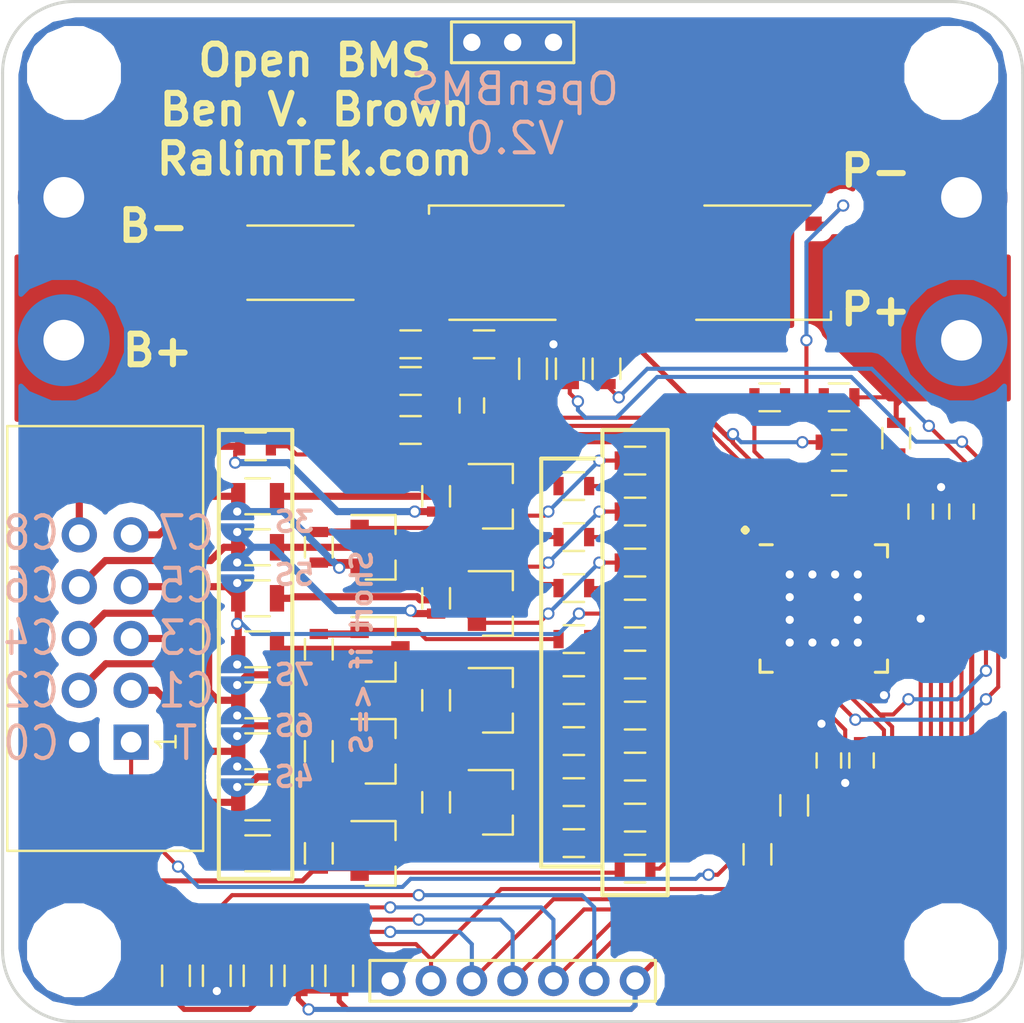
<source format=kicad_pcb>
(kicad_pcb (version 4) (host pcbnew 4.0.6)
  (title_block (date 2017-05-14))
  (layers (0 F.Cu signal) (31 B.Cu signal) (34 B.Paste user) (35 F.Paste user) (36 B.SilkS user) (37 F.SilkS user) (38 B.Mask user) (39 F.Mask user) (44 Edge.Cuts user))
  (net 0 "")
  (net 1 "Net-(C101-Pad1)")
  (net 2 "Net-(C101-Pad2)")
  (net 3 "Net-(C102-Pad1)")
  (net 4 GND)
  (net 5 "Net-(C105-Pad1)")
  (net 6 "Net-(C105-Pad2)")
  (net 7 "Net-(C106-Pad1)")
  (net 8 "Net-(C106-Pad2)")
  (net 9 "Net-(Q101-Pad1)")
  (net 10 "Net-(Q101-Pad4)")
  (net 11 "Net-(Q102-Pad4)")
  (net 12 "Net-(R106-Pad1)")
  (net 13 "Net-(R107-Pad1)")
  (net 14 "Net-(R109-Pad1)")
  (net 15 "Net-(R110-Pad1)")
  (net 16 "Net-(Q201-Pad1)")
  (net 17 "Net-(Q202-Pad1)")
  (net 18 "Net-(Q204-Pad1)")
  (net 19 /SDA)
  (net 20 "Net-(Q201-Pad3)")
  (net 21 "Net-(Q202-Pad3)")
  (net 22 "Net-(Q203-Pad3)")
  (net 23 "Net-(Q204-Pad3)")
  (net 24 "Net-(Q203-Pad1)")
  (net 25 "Net-(R112-Pad2)")
  (net 26 "Net-(R113-Pad2)")
  (net 27 /RGO)
  (net 28 /C3)
  (net 29 /C4)
  (net 30 /C5)
  (net 31 /C6)
  (net 32 /C2)
  (net 33 /C7)
  (net 34 "Net-(Q1-Pad1)")
  (net 35 "Net-(Q1-Pad3)")
  (net 36 "Net-(Q2-Pad1)")
  (net 37 "Net-(Q2-Pad3)")
  (net 38 "Net-(Q3-Pad1)")
  (net 39 "Net-(Q3-Pad3)")
  (net 40 "Net-(Q4-Pad1)")
  (net 41 "Net-(Q4-Pad3)")
  (net 42 /C8)
  (net 43 /C1)
  (net 44 "/Cell Frontend/CB6")
  (net 45 "/Cell Frontend/VC5")
  (net 46 "/Cell Frontend/CB5")
  (net 47 "/Cell Frontend/VC4")
  (net 48 "/Cell Frontend/CB4")
  (net 49 "/Cell Frontend/VC3")
  (net 50 "/Cell Frontend/CB3")
  (net 51 "/Cell Frontend/VC2")
  (net 52 /RemoteTemp)
  (net 53 "/Cell Frontend/VC8")
  (net 54 "/Cell Frontend/CB8")
  (net 55 "/Cell Frontend/VC7")
  (net 56 "/Cell Frontend/CB7")
  (net 57 "/Cell Frontend/VC6")
  (net 58 "/Cell Frontend/CB2")
  (net 59 "/Cell Frontend/VC1")
  (net 60 "/Cell Frontend/CB1")
  (net 61 "/Cell Frontend/VC0")
  (net 62 /~INT)
  (net 63 /FETSOFF)
  (net 64 /SCL)
  (net 65 /SD)
  (net 66 "Net-(J3-Pad1)")
  (net 67 "Net-(J5-Pad1)")
  (module Connectors:IDC_Header_Straight_10pins (layer F.Cu) (at 135.3 105.3 90)
    (fp_text reference J1 hide)
    (fp_text value CONN_02X05)
    (fp_text user 1 (at 0.02 1.72 90) (layer F.SilkS) (effects (font (thickness 0.12))))
    (pad 1 thru_hole rect (at 0 0 90) (size 1.7272 1.7272) (drill 1.016) (layers *.Cu *.Mask) (net 52 /RemoteTemp))
    (pad 2 thru_hole oval (at 0 -2.54 90) (size 1.7272 1.7272) (drill 1.016) (layers *.Cu *.Mask) (net 4 GND))
    (pad 3 thru_hole oval (at 2.54 0 90) (size 1.7272 1.7272) (drill 1.016) (layers *.Cu *.Mask) (net 43 /C1))
    (pad 4 thru_hole oval (at 2.54 -2.54 90) (size 1.7272 1.7272) (drill 1.016) (layers *.Cu *.Mask) (net 32 /C2))
    (pad 5 thru_hole oval (at 5.08 0 90) (size 1.7272 1.7272) (drill 1.016) (layers *.Cu *.Mask) (net 28 /C3))
    (pad 6 thru_hole oval (at 5.08 -2.54 90) (size 1.7272 1.7272) (drill 1.016) (layers *.Cu *.Mask) (net 29 /C4))
    (pad 7 thru_hole oval (at 7.62 0 90) (size 1.7272 1.7272) (drill 1.016) (layers *.Cu *.Mask) (net 30 /C5))
    (pad 8 thru_hole oval (at 7.62 -2.54 90) (size 1.7272 1.7272) (drill 1.016) (layers *.Cu *.Mask) (net 31 /C6))
    (pad 9 thru_hole oval (at 10.16 0 90) (size 1.7272 1.7272) (drill 1.016) (layers *.Cu *.Mask) (net 33 /C7))
    (pad 10 thru_hole oval (at 10.16 -2.54 90) (size 1.7272 1.7272) (drill 1.016) (layers *.Cu *.Mask) (net 42 /C8))
  )
  (module Wire_Pads:SolderWirePad_single_2mmDrill (layer F.Cu) (at 176 85.6)
    (fp_text reference J5 hide)
    (fp_text value PACK+)
    (pad 1 thru_hole circle (at 0 0) (size 4.50088 4.50088) (drill 1.99898) (layers *.Cu *.Mask) (net 67 "Net-(J5-Pad1)"))
  )
  (module Resistors_SMD:R_2512 (layer F.Cu) (at 143.6 81.8)
    (fp_text reference R102 hide)
    (fp_text value 0.002)
    (pad 1 smd rect (at -3.1 0) (size 1 3.2) (layers F.Cu F.Paste F.Mask) (net 66 "Net-(J3-Pad1)"))
    (pad 2 smd rect (at 3.1 0) (size 1 3.2) (layers F.Cu F.Paste F.Mask) (net 9 "Net-(Q101-Pad1)"))
  )
  (module Capacitors_SMD:C_0603 (layer F.Cu) (at 170 90.6 180)
    (fp_text reference C106 hide)
    (fp_text value 4.7n)
    (pad 1 smd rect (at -0.75 0 180) (size 0.8 0.75) (layers F.Cu F.Paste F.Mask) (net 7 "Net-(C106-Pad1)"))
    (pad 2 smd rect (at 0.75 0 180) (size 0.8 0.75) (layers F.Cu F.Paste F.Mask) (net 8 "Net-(C106-Pad2)"))
  )
  (module Capacitors_SMD:C_0603 (layer F.Cu) (at 152 88.8 270)
    (fp_text reference C101 hide)
    (fp_text value 4.7n)
    (pad 1 smd rect (at -0.75 0 270) (size 0.8 0.75) (layers F.Cu F.Paste F.Mask) (net 1 "Net-(C101-Pad1)"))
    (pad 2 smd rect (at 0.75 0 270) (size 0.8 0.75) (layers F.Cu F.Paste F.Mask) (net 2 "Net-(C101-Pad2)"))
  )
  (module Capacitors_SMD:C_0603 (layer F.Cu) (at 169.5 106.2 270)
    (fp_text reference C102 hide)
    (fp_text value 100n)
    (pad 1 smd rect (at -0.75 0 270) (size 0.8 0.75) (layers F.Cu F.Paste F.Mask) (net 3 "Net-(C102-Pad1)"))
    (pad 2 smd rect (at 0.75 0 270) (size 0.8 0.75) (layers F.Cu F.Paste F.Mask) (net 4 GND))
  )
  (module Capacitors_SMD:C_0603 (layer F.Cu) (at 170 92.6)
    (fp_text reference C105 hide)
    (fp_text value 4.7n)
    (pad 1 smd rect (at -0.75 0) (size 0.8 0.75) (layers F.Cu F.Paste F.Mask) (net 5 "Net-(C105-Pad1)"))
    (pad 2 smd rect (at 0.75 0) (size 0.8 0.75) (layers F.Cu F.Paste F.Mask) (net 6 "Net-(C105-Pad2)"))
  )
  (module TO_SOT_Packages_SMD:TDSON-8-1 (layer F.Cu) (at 153.5 81.8)
    (fp_text reference Q101 hide)
    (fp_text value FDMS8050)
    (pad 1 smd rect (at -2.75 -1.91 270) (size 0.7 0.8) (layers F.Cu F.Paste F.Mask) (net 9 "Net-(Q101-Pad1)"))
    (pad 2 smd rect (at -2.75 -0.64 270) (size 0.7 0.8) (layers F.Cu F.Paste F.Mask) (net 9 "Net-(Q101-Pad1)"))
    (pad 3 smd rect (at -2.75 0.64 270) (size 0.7 0.8) (layers F.Cu F.Paste F.Mask) (net 9 "Net-(Q101-Pad1)"))
    (pad 4 smd rect (at -2.75 1.91 270) (size 0.7 0.8) (layers F.Cu F.Paste F.Mask) (net 10 "Net-(Q101-Pad4)"))
    (pad 5 smd rect (at 2.75 1.91 270) (size 0.7 0.8) (layers F.Cu F.Paste F.Mask) (net 8 "Net-(C106-Pad2)"))
    (pad 5 smd rect (at 2.75 0.64 270) (size 0.7 0.8) (layers F.Cu F.Paste F.Mask) (net 8 "Net-(C106-Pad2)"))
    (pad 5 smd rect (at 2.75 -0.64 270) (size 0.7 0.8) (layers F.Cu F.Paste F.Mask) (net 8 "Net-(C106-Pad2)"))
    (pad 5 smd rect (at 2.75 -1.91 270) (size 0.7 0.8) (layers F.Cu F.Paste F.Mask) (net 8 "Net-(C106-Pad2)"))
    (pad 5 smd rect (at 0.5 0 270) (size 4.5 4.29) (layers F.Cu F.Paste F.Mask) (net 8 "Net-(C106-Pad2)"))
    (pad 5 smd rect (at 1.25 -1.09 270) (size 1.55 1.6) (layers F.Cu F.Paste F.Mask) (net 8 "Net-(C106-Pad2)"))
    (pad 5 smd rect (at 1.25 1.09 270) (size 1.55 1.6) (layers F.Cu F.Paste F.Mask) (net 8 "Net-(C106-Pad2)"))
    (pad 5 smd rect (at -0.75 -1.09 270) (size 1.55 1.2) (layers F.Cu F.Paste F.Mask) (net 8 "Net-(C106-Pad2)"))
    (pad 5 smd rect (at -0.75 1.09 270) (size 1.55 1.2) (layers F.Cu F.Paste F.Mask) (net 8 "Net-(C106-Pad2)"))
  )
  (module TO_SOT_Packages_SMD:TDSON-8-1 (layer F.Cu) (at 166 81.8 180)
    (fp_text reference Q102 hide)
    (fp_text value FDMS8050)
    (pad 1 smd rect (at -2.75 -1.91 90) (size 0.7 0.8) (layers F.Cu F.Paste F.Mask) (net 67 "Net-(J5-Pad1)"))
    (pad 2 smd rect (at -2.75 -0.64 90) (size 0.7 0.8) (layers F.Cu F.Paste F.Mask) (net 67 "Net-(J5-Pad1)"))
    (pad 3 smd rect (at -2.75 0.64 90) (size 0.7 0.8) (layers F.Cu F.Paste F.Mask) (net 67 "Net-(J5-Pad1)"))
    (pad 4 smd rect (at -2.75 1.91 90) (size 0.7 0.8) (layers F.Cu F.Paste F.Mask) (net 11 "Net-(Q102-Pad4)"))
    (pad 5 smd rect (at 2.75 1.91 90) (size 0.7 0.8) (layers F.Cu F.Paste F.Mask) (net 8 "Net-(C106-Pad2)"))
    (pad 5 smd rect (at 2.75 0.64 90) (size 0.7 0.8) (layers F.Cu F.Paste F.Mask) (net 8 "Net-(C106-Pad2)"))
    (pad 5 smd rect (at 2.75 -0.64 90) (size 0.7 0.8) (layers F.Cu F.Paste F.Mask) (net 8 "Net-(C106-Pad2)"))
    (pad 5 smd rect (at 2.75 -1.91 90) (size 0.7 0.8) (layers F.Cu F.Paste F.Mask) (net 8 "Net-(C106-Pad2)"))
    (pad 5 smd rect (at 0.5 0 90) (size 4.5 4.29) (layers F.Cu F.Paste F.Mask) (net 8 "Net-(C106-Pad2)"))
    (pad 5 smd rect (at 1.25 -1.09 90) (size 1.55 1.6) (layers F.Cu F.Paste F.Mask) (net 8 "Net-(C106-Pad2)"))
    (pad 5 smd rect (at 1.25 1.09 90) (size 1.55 1.6) (layers F.Cu F.Paste F.Mask) (net 8 "Net-(C106-Pad2)"))
    (pad 5 smd rect (at -0.75 -1.09 90) (size 1.55 1.2) (layers F.Cu F.Paste F.Mask) (net 8 "Net-(C106-Pad2)"))
    (pad 5 smd rect (at -0.75 1.09 90) (size 1.55 1.2) (layers F.Cu F.Paste F.Mask) (net 8 "Net-(C106-Pad2)"))
  )
  (module Resistors_SMD:R_0603 (layer F.Cu) (at 149 87.6 180)
    (fp_text reference R104 hide)
    (fp_text value 100)
    (pad 1 smd rect (at -0.75 0 180) (size 0.5 0.9) (layers F.Cu F.Paste F.Mask) (net 1 "Net-(C101-Pad1)"))
    (pad 2 smd rect (at 0.75 0 180) (size 0.5 0.9) (layers F.Cu F.Paste F.Mask) (net 9 "Net-(Q101-Pad1)"))
  )
  (module Resistors_SMD:R_0603 (layer F.Cu) (at 149 85.8 180)
    (fp_text reference R105 hide)
    (fp_text value 1M)
    (pad 1 smd rect (at -0.75 0 180) (size 0.5 0.9) (layers F.Cu F.Paste F.Mask) (net 10 "Net-(Q101-Pad4)"))
    (pad 2 smd rect (at 0.75 0 180) (size 0.5 0.9) (layers F.Cu F.Paste F.Mask) (net 9 "Net-(Q101-Pad1)"))
  )
  (module Resistors_SMD:R_0603 (layer F.Cu) (at 152.6 85.8 180)
    (fp_text reference R106 hide)
    (fp_text value 100)
    (pad 1 smd rect (at -0.75 0 180) (size 0.5 0.9) (layers F.Cu F.Paste F.Mask) (net 12 "Net-(R106-Pad1)"))
    (pad 2 smd rect (at 0.75 0 180) (size 0.5 0.9) (layers F.Cu F.Paste F.Mask) (net 10 "Net-(Q101-Pad4)"))
  )
  (module Resistors_SMD:R_0603 (layer F.Cu) (at 141.4 90.8 180)
    (fp_text reference R107 hide)
    (fp_text value 100)
    (pad 1 smd rect (at -0.75 0 180) (size 0.5 0.9) (layers F.Cu F.Paste F.Mask) (net 13 "Net-(R107-Pad1)"))
    (pad 2 smd rect (at 0.75 0 180) (size 0.5 0.9) (layers F.Cu F.Paste F.Mask) (net 42 /C8))
  )
  (module Resistors_SMD:R_0603 (layer F.Cu) (at 170 88.4)
    (fp_text reference R108 hide)
    (fp_text value 1M)
    (pad 1 smd rect (at -0.75 0) (size 0.5 0.9) (layers F.Cu F.Paste F.Mask) (net 11 "Net-(Q102-Pad4)"))
    (pad 2 smd rect (at 0.75 0) (size 0.5 0.9) (layers F.Cu F.Paste F.Mask) (net 67 "Net-(J5-Pad1)"))
  )
  (module Resistors_SMD:R_0603 (layer F.Cu) (at 166.6 88.4)
    (fp_text reference R109 hide)
    (fp_text value 100)
    (pad 1 smd rect (at -0.75 0) (size 0.5 0.9) (layers F.Cu F.Paste F.Mask) (net 14 "Net-(R109-Pad1)"))
    (pad 2 smd rect (at 0.75 0) (size 0.5 0.9) (layers F.Cu F.Paste F.Mask) (net 11 "Net-(Q102-Pad4)"))
  )
  (module Resistors_SMD:R_0603 (layer F.Cu) (at 172.8 90.4 90)
    (fp_text reference R110 hide)
    (fp_text value 1k)
    (pad 1 smd rect (at -0.75 0 90) (size 0.5 0.9) (layers F.Cu F.Paste F.Mask) (net 15 "Net-(R110-Pad1)"))
    (pad 2 smd rect (at 0.75 0 90) (size 0.5 0.9) (layers F.Cu F.Paste F.Mask) (net 67 "Net-(J5-Pad1)"))
  )
  (module Resistors_SMD:R_0805 (layer F.Cu) (at 141.5 93.25 180)
    (fp_text reference R201 hide)
    (fp_text value 47R)
    (pad 1 smd rect (at -0.95 0 180) (size 0.7 1.3) (layers F.Cu F.Paste F.Mask) (net 20 "Net-(Q201-Pad3)"))
    (pad 2 smd rect (at 0.95 0 180) (size 0.7 1.3) (layers F.Cu F.Paste F.Mask) (net 33 /C7))
  )
  (module Resistors_SMD:R_0805 (layer F.Cu) (at 141.5 95.75 180)
    (fp_text reference R202 hide)
    (fp_text value 47R)
    (pad 1 smd rect (at -0.95 0 180) (size 0.7 1.3) (layers F.Cu F.Paste F.Mask) (net 21 "Net-(Q202-Pad3)"))
    (pad 2 smd rect (at 0.95 0 180) (size 0.7 1.3) (layers F.Cu F.Paste F.Mask) (net 31 /C6))
  )
  (module Resistors_SMD:R_0805 (layer F.Cu) (at 141.5 108.25)
    (fp_text reference R203 hide)
    (fp_text value 47R)
    (pad 1 smd rect (at -0.95 0) (size 0.7 1.3) (layers F.Cu F.Paste F.Mask) (net 32 /C2))
    (pad 2 smd rect (at 0.95 0) (size 0.7 1.3) (layers F.Cu F.Paste F.Mask) (net 22 "Net-(Q203-Pad3)"))
  )
  (module Resistors_SMD:R_0805 (layer F.Cu) (at 141.5 110.75)
    (fp_text reference R204 hide)
    (fp_text value 47R)
    (pad 1 smd rect (at -0.95 0) (size 0.7 1.3) (layers F.Cu F.Paste F.Mask) (net 43 /C1))
    (pad 2 smd rect (at 0.95 0) (size 0.7 1.3) (layers F.Cu F.Paste F.Mask) (net 23 "Net-(Q204-Pad3)"))
  )
  (module Resistors_SMD:R_0603 (layer F.Cu) (at 150.25 93.25 90)
    (fp_text reference R205 hide)
    (fp_text value 330k)
    (pad 1 smd rect (at -0.75 0 90) (size 0.5 0.9) (layers F.Cu F.Paste F.Mask) (net 42 /C8))
    (pad 2 smd rect (at 0.75 0 90) (size 0.5 0.9) (layers F.Cu F.Paste F.Mask) (net 16 "Net-(Q201-Pad1)"))
  )
  (module Resistors_SMD:R_0603 (layer F.Cu) (at 144.5 95.75 90)
    (fp_text reference R206 hide)
    (fp_text value 330k)
    (pad 1 smd rect (at -0.75 0 90) (size 0.5 0.9) (layers F.Cu F.Paste F.Mask) (net 33 /C7))
    (pad 2 smd rect (at 0.75 0 90) (size 0.5 0.9) (layers F.Cu F.Paste F.Mask) (net 17 "Net-(Q202-Pad1)"))
  )
  (module Resistors_SMD:R_0603 (layer F.Cu) (at 150.25 108.25 270)
    (fp_text reference R207 hide)
    (fp_text value 330k)
    (pad 1 smd rect (at -0.75 0 270) (size 0.5 0.9) (layers F.Cu F.Paste F.Mask) (net 24 "Net-(Q203-Pad1)"))
    (pad 2 smd rect (at 0.75 0 270) (size 0.5 0.9) (layers F.Cu F.Paste F.Mask) (net 43 /C1))
  )
  (module Resistors_SMD:R_0603 (layer F.Cu) (at 144.5 110.75 270)
    (fp_text reference R208 hide)
    (fp_text value 330k)
    (pad 1 smd rect (at -0.75 0 270) (size 0.5 0.9) (layers F.Cu F.Paste F.Mask) (net 18 "Net-(Q204-Pad1)"))
    (pad 2 smd rect (at 0.75 0 270) (size 0.5 0.9) (layers F.Cu F.Paste F.Mask) (net 4 GND))
  )
  (module Resistors_SMD:R_0603 (layer F.Cu) (at 160 91.5 180)
    (fp_text reference R209 hide)
    (fp_text value 1k)
    (pad 1 smd rect (at -0.75 0 180) (size 0.5 0.9) (layers F.Cu F.Paste F.Mask) (net 53 "/Cell Frontend/VC8"))
    (pad 2 smd rect (at 0.75 0 180) (size 0.5 0.9) (layers F.Cu F.Paste F.Mask) (net 42 /C8))
  )
  (module Resistors_SMD:R_0603 (layer F.Cu) (at 157 92.75)
    (fp_text reference R210 hide)
    (fp_text value 10k)
    (pad 1 smd rect (at -0.75 0) (size 0.5 0.9) (layers F.Cu F.Paste F.Mask) (net 16 "Net-(Q201-Pad1)"))
    (pad 2 smd rect (at 0.75 0) (size 0.5 0.9) (layers F.Cu F.Paste F.Mask) (net 54 "/Cell Frontend/CB8"))
  )
  (module Resistors_SMD:R_0603 (layer F.Cu) (at 160 94 180)
    (fp_text reference R211 hide)
    (fp_text value 1k)
    (pad 1 smd rect (at -0.75 0 180) (size 0.5 0.9) (layers F.Cu F.Paste F.Mask) (net 55 "/Cell Frontend/VC7"))
    (pad 2 smd rect (at 0.75 0 180) (size 0.5 0.9) (layers F.Cu F.Paste F.Mask) (net 33 /C7))
  )
  (module Resistors_SMD:R_0603 (layer F.Cu) (at 157 95.25)
    (fp_text reference R212 hide)
    (fp_text value 10k)
    (pad 1 smd rect (at -0.75 0) (size 0.5 0.9) (layers F.Cu F.Paste F.Mask) (net 17 "Net-(Q202-Pad1)"))
    (pad 2 smd rect (at 0.75 0) (size 0.5 0.9) (layers F.Cu F.Paste F.Mask) (net 56 "/Cell Frontend/CB7"))
  )
  (module Resistors_SMD:R_0603 (layer F.Cu) (at 160 96.5 180)
    (fp_text reference R213 hide)
    (fp_text value 1k)
    (pad 1 smd rect (at -0.75 0 180) (size 0.5 0.9) (layers F.Cu F.Paste F.Mask) (net 57 "/Cell Frontend/VC6"))
    (pad 2 smd rect (at 0.75 0 180) (size 0.5 0.9) (layers F.Cu F.Paste F.Mask) (net 31 /C6))
  )
  (module Resistors_SMD:R_0603 (layer F.Cu) (at 157 107.75)
    (fp_text reference R216 hide)
    (fp_text value 10k)
    (pad 1 smd rect (at -0.75 0) (size 0.5 0.9) (layers F.Cu F.Paste F.Mask) (net 24 "Net-(Q203-Pad1)"))
    (pad 2 smd rect (at 0.75 0) (size 0.5 0.9) (layers F.Cu F.Paste F.Mask) (net 58 "/Cell Frontend/CB2"))
  )
  (module Resistors_SMD:R_0603 (layer F.Cu) (at 160 109 180)
    (fp_text reference R217 hide)
    (fp_text value 1k)
    (pad 1 smd rect (at -0.75 0 180) (size 0.5 0.9) (layers F.Cu F.Paste F.Mask) (net 59 "/Cell Frontend/VC1"))
    (pad 2 smd rect (at 0.75 0 180) (size 0.5 0.9) (layers F.Cu F.Paste F.Mask) (net 43 /C1))
  )
  (module Resistors_SMD:R_0603 (layer F.Cu) (at 157 110.25)
    (fp_text reference R218 hide)
    (fp_text value 10k)
    (pad 1 smd rect (at -0.75 0) (size 0.5 0.9) (layers F.Cu F.Paste F.Mask) (net 18 "Net-(Q204-Pad1)"))
    (pad 2 smd rect (at 0.75 0) (size 0.5 0.9) (layers F.Cu F.Paste F.Mask) (net 60 "/Cell Frontend/CB1"))
  )
  (module Resistors_SMD:R_0603 (layer F.Cu) (at 160 111.5 180)
    (fp_text reference R219 hide)
    (fp_text value 1k)
    (pad 1 smd rect (at -0.75 0 180) (size 0.5 0.9) (layers F.Cu F.Paste F.Mask) (net 61 "/Cell Frontend/VC0"))
    (pad 2 smd rect (at 0.75 0 180) (size 0.5 0.9) (layers F.Cu F.Paste F.Mask) (net 4 GND))
  )
  (module Housings_DFN_QFN:UQFN-48-1EP_6x6mm_Pitch0.4mm (layer F.Cu) (at 169.25 98.75)
    (fp_text reference U101 hide)
    (fp_text value ISL94202)
    (pad 1 smd rect (at -3 -2.2) (size 0.8 0.2) (layers F.Cu F.Paste F.Mask) (net 53 "/Cell Frontend/VC8"))
    (pad 2 smd rect (at -3 -1.8) (size 0.8 0.2) (layers F.Cu F.Paste F.Mask) (net 54 "/Cell Frontend/CB8"))
    (pad 3 smd rect (at -3 -1.4) (size 0.8 0.2) (layers F.Cu F.Paste F.Mask) (net 55 "/Cell Frontend/VC7"))
    (pad 4 smd rect (at -3 -1) (size 0.8 0.2) (layers F.Cu F.Paste F.Mask) (net 56 "/Cell Frontend/CB7"))
    (pad 5 smd rect (at -3 -0.6) (size 0.8 0.2) (layers F.Cu F.Paste F.Mask) (net 57 "/Cell Frontend/VC6"))
    (pad 6 smd rect (at -3 -0.2) (size 0.8 0.2) (layers F.Cu F.Paste F.Mask) (net 44 "/Cell Frontend/CB6"))
    (pad 7 smd rect (at -3 0.2) (size 0.8 0.2) (layers F.Cu F.Paste F.Mask) (net 45 "/Cell Frontend/VC5"))
    (pad 8 smd rect (at -3 0.6) (size 0.8 0.2) (layers F.Cu F.Paste F.Mask) (net 46 "/Cell Frontend/CB5"))
    (pad 9 smd rect (at -3 1) (size 0.8 0.2) (layers F.Cu F.Paste F.Mask) (net 47 "/Cell Frontend/VC4"))
    (pad 10 smd rect (at -3 1.4) (size 0.8 0.2) (layers F.Cu F.Paste F.Mask) (net 48 "/Cell Frontend/CB4"))
    (pad 11 smd rect (at -3 1.8) (size 0.8 0.2) (layers F.Cu F.Paste F.Mask) (net 49 "/Cell Frontend/VC3"))
    (pad 12 smd rect (at -3 2.2) (size 0.8 0.2) (layers F.Cu F.Paste F.Mask) (net 50 "/Cell Frontend/CB3"))
    (pad 13 smd rect (at -2.2 3 90) (size 0.8 0.2) (layers F.Cu F.Paste F.Mask) (net 51 "/Cell Frontend/VC2"))
    (pad 14 smd rect (at -1.8 3 90) (size 0.8 0.2) (layers F.Cu F.Paste F.Mask) (net 58 "/Cell Frontend/CB2"))
    (pad 15 smd rect (at -1.4 3 90) (size 0.8 0.2) (layers F.Cu F.Paste F.Mask) (net 59 "/Cell Frontend/VC1"))
    (pad 16 smd rect (at -1 3 90) (size 0.8 0.2) (layers F.Cu F.Paste F.Mask) (net 60 "/Cell Frontend/CB1"))
    (pad 17 smd rect (at -0.6 3 90) (size 0.8 0.2) (layers F.Cu F.Paste F.Mask) (net 61 "/Cell Frontend/VC0"))
    (pad 18 smd rect (at -0.2 3 90) (size 0.8 0.2) (layers F.Cu F.Paste F.Mask) (net 4 GND))
    (pad 19 smd rect (at 0.2 3 90) (size 0.8 0.2) (layers F.Cu F.Paste F.Mask) (net 3 "Net-(C102-Pad1)"))
    (pad 20 smd rect (at 0.6 3 90) (size 0.8 0.2) (layers F.Cu F.Paste F.Mask) (net 25 "Net-(R112-Pad2)"))
    (pad 21 smd rect (at 1 3 90) (size 0.8 0.2) (layers F.Cu F.Paste F.Mask) (net 52 /RemoteTemp))
    (pad 22 smd rect (at 1.4 3 90) (size 0.8 0.2) (layers F.Cu F.Paste F.Mask) (net 26 "Net-(R113-Pad2)"))
    (pad 23 smd rect (at 1.8 3 90) (size 0.8 0.2) (layers F.Cu F.Paste F.Mask))
    (pad 24 smd rect (at 2.2 3 90) (size 0.8 0.2) (layers F.Cu F.Paste F.Mask) (net 4 GND))
    (pad 25 smd rect (at 3 2.2) (size 0.8 0.2) (layers F.Cu F.Paste F.Mask) (net 64 /SCL))
    (pad 26 smd rect (at 3 1.8) (size 0.8 0.2) (layers F.Cu F.Paste F.Mask) (net 19 /SDA))
    (pad 27 smd rect (at 3 1.4) (size 0.8 0.2) (layers F.Cu F.Paste F.Mask) (net 19 /SDA))
    (pad 28 smd rect (at 3 1) (size 0.8 0.2) (layers F.Cu F.Paste F.Mask) (net 4 GND))
    (pad 29 smd rect (at 3 0.6) (size 0.8 0.2) (layers F.Cu F.Paste F.Mask) (net 4 GND))
    (pad 30 smd rect (at 3 0.2) (size 0.8 0.2) (layers F.Cu F.Paste F.Mask))
    (pad 31 smd rect (at 3 -0.2) (size 0.8 0.2) (layers F.Cu F.Paste F.Mask) (net 62 /~INT))
    (pad 32 smd rect (at 3 -0.6) (size 0.8 0.2) (layers F.Cu F.Paste F.Mask))
    (pad 33 smd rect (at 3 -1) (size 0.8 0.2) (layers F.Cu F.Paste F.Mask) (net 63 /FETSOFF))
    (pad 34 smd rect (at 3 -1.4) (size 0.8 0.2) (layers F.Cu F.Paste F.Mask) (net 65 /SD))
    (pad 35 smd rect (at 3 -1.8) (size 0.8 0.2) (layers F.Cu F.Paste F.Mask))
    (pad 36 smd rect (at 3 -2.2) (size 0.8 0.2) (layers F.Cu F.Paste F.Mask) (net 27 /RGO))
    (pad 37 smd rect (at 2.2 -3 90) (size 0.8 0.2) (layers F.Cu F.Paste F.Mask) (net 15 "Net-(R110-Pad1)"))
    (pad 38 smd rect (at 1.8 -3 90) (size 0.8 0.2) (layers F.Cu F.Paste F.Mask) (net 15 "Net-(R110-Pad1)"))
    (pad 39 smd rect (at 1.4 -3 90) (size 0.8 0.2) (layers F.Cu F.Paste F.Mask) (net 7 "Net-(C106-Pad1)"))
    (pad 40 smd rect (at 1 -3 90) (size 0.8 0.2) (layers F.Cu F.Paste F.Mask) (net 6 "Net-(C105-Pad2)"))
    (pad 41 smd rect (at 0.6 -3 90) (size 0.8 0.2) (layers F.Cu F.Paste F.Mask) (net 5 "Net-(C105-Pad1)"))
    (pad 42 smd rect (at 0.2 -3 90) (size 0.8 0.2) (layers F.Cu F.Paste F.Mask) (net 14 "Net-(R109-Pad1)"))
    (pad 43 smd rect (at -0.2 -3 90) (size 0.8 0.2) (layers F.Cu F.Paste F.Mask) (net 8 "Net-(C106-Pad2)"))
    (pad 44 smd rect (at -0.6 -3 90) (size 0.8 0.2) (layers F.Cu F.Paste F.Mask) (net 8 "Net-(C106-Pad2)"))
    (pad 45 smd rect (at -1 -3 90) (size 0.8 0.2) (layers F.Cu F.Paste F.Mask) (net 12 "Net-(R106-Pad1)"))
    (pad 46 smd rect (at -1.4 -3 90) (size 0.8 0.2) (layers F.Cu F.Paste F.Mask) (net 1 "Net-(C101-Pad1)"))
    (pad 47 smd rect (at -1.8 -3 90) (size 0.8 0.2) (layers F.Cu F.Paste F.Mask) (net 2 "Net-(C101-Pad2)"))
    (pad 48 smd rect (at -2.2 -3 90) (size 0.8 0.2) (layers F.Cu F.Paste F.Mask) (net 13 "Net-(R107-Pad1)"))
    (pad 49 smd rect (at 1.66875 1.66875) (size 1.1125 1.1125) (layers F.Cu F.Paste F.Mask) (net 4 GND))
    (pad 49 smd rect (at 1.66875 0.55625) (size 1.1125 1.1125) (layers F.Cu F.Paste F.Mask) (net 4 GND))
    (pad 49 smd rect (at 1.66875 -0.55625) (size 1.1125 1.1125) (layers F.Cu F.Paste F.Mask) (net 4 GND))
    (pad 49 smd rect (at 1.66875 -1.66875) (size 1.1125 1.1125) (layers F.Cu F.Paste F.Mask) (net 4 GND))
    (pad 49 smd rect (at 0.55625 1.66875) (size 1.1125 1.1125) (layers F.Cu F.Paste F.Mask) (net 4 GND))
    (pad 49 smd rect (at 0.55625 0.55625) (size 1.1125 1.1125) (layers F.Cu F.Paste F.Mask) (net 4 GND))
    (pad 49 smd rect (at 0.55625 -0.55625) (size 1.1125 1.1125) (layers F.Cu F.Paste F.Mask) (net 4 GND))
    (pad 49 smd rect (at 0.55625 -1.66875) (size 1.1125 1.1125) (layers F.Cu F.Paste F.Mask) (net 4 GND))
    (pad 49 smd rect (at -0.55625 1.66875) (size 1.1125 1.1125) (layers F.Cu F.Paste F.Mask) (net 4 GND))
    (pad 49 smd rect (at -0.55625 0.55625) (size 1.1125 1.1125) (layers F.Cu F.Paste F.Mask) (net 4 GND))
    (pad 49 smd rect (at -0.55625 -0.55625) (size 1.1125 1.1125) (layers F.Cu F.Paste F.Mask) (net 4 GND))
    (pad 49 smd rect (at -0.55625 -1.66875) (size 1.1125 1.1125) (layers F.Cu F.Paste F.Mask) (net 4 GND))
    (pad 49 smd rect (at -1.66875 1.66875) (size 1.1125 1.1125) (layers F.Cu F.Paste F.Mask) (net 4 GND))
    (pad 49 smd rect (at -1.66875 0.55625) (size 1.1125 1.1125) (layers F.Cu F.Paste F.Mask) (net 4 GND))
    (pad 49 smd rect (at -1.66875 -0.55625) (size 1.1125 1.1125) (layers F.Cu F.Paste F.Mask) (net 4 GND))
    (pad 49 smd rect (at -1.66875 -1.66875) (size 1.1125 1.1125) (layers F.Cu F.Paste F.Mask) (net 4 GND))
  )
  (module Resistors_SMD:R_0603 (layer F.Cu) (at 149 90)
    (fp_text reference R101 hide)
    (fp_text value 100)
    (pad 1 smd rect (at -0.75 0) (size 0.5 0.9) (layers F.Cu F.Paste F.Mask) (net 66 "Net-(J3-Pad1)"))
    (pad 2 smd rect (at 0.75 0) (size 0.5 0.9) (layers F.Cu F.Paste F.Mask) (net 2 "Net-(C101-Pad2)"))
  )
  (module TO_SOT_Packages_SMD:SOT-23 (layer F.Cu) (at 153.25 93.25)
    (fp_text reference Q201 hide)
    (fp_text value NDS0605)
    (pad 1 smd rect (at -1 -0.95) (size 0.9 0.8) (layers F.Cu F.Paste F.Mask) (net 16 "Net-(Q201-Pad1)"))
    (pad 2 smd rect (at -1 0.95) (size 0.9 0.8) (layers F.Cu F.Paste F.Mask) (net 42 /C8))
    (pad 3 smd rect (at 1 0) (size 0.9 0.8) (layers F.Cu F.Paste F.Mask) (net 20 "Net-(Q201-Pad3)"))
  )
  (module TO_SOT_Packages_SMD:SOT-23 (layer F.Cu) (at 147.5 95.75)
    (fp_text reference Q202 hide)
    (fp_text value NDS0605)
    (pad 1 smd rect (at -1 -0.95) (size 0.9 0.8) (layers F.Cu F.Paste F.Mask) (net 17 "Net-(Q202-Pad1)"))
    (pad 2 smd rect (at -1 0.95) (size 0.9 0.8) (layers F.Cu F.Paste F.Mask) (net 33 /C7))
    (pad 3 smd rect (at 1 0) (size 0.9 0.8) (layers F.Cu F.Paste F.Mask) (net 21 "Net-(Q202-Pad3)"))
  )
  (module TO_SOT_Packages_SMD:SOT-23 (layer F.Cu) (at 153.25 108.25)
    (fp_text reference Q203 hide)
    (fp_text value NDS7002A)
    (pad 1 smd rect (at -1 -0.95) (size 0.9 0.8) (layers F.Cu F.Paste F.Mask) (net 24 "Net-(Q203-Pad1)"))
    (pad 2 smd rect (at -1 0.95) (size 0.9 0.8) (layers F.Cu F.Paste F.Mask) (net 43 /C1))
    (pad 3 smd rect (at 1 0) (size 0.9 0.8) (layers F.Cu F.Paste F.Mask) (net 22 "Net-(Q203-Pad3)"))
  )
  (module TO_SOT_Packages_SMD:SOT-23 (layer F.Cu) (at 147.5 110.75)
    (fp_text reference Q204 hide)
    (fp_text value NDS7002A)
    (pad 1 smd rect (at -1 -0.95) (size 0.9 0.8) (layers F.Cu F.Paste F.Mask) (net 18 "Net-(Q204-Pad1)"))
    (pad 2 smd rect (at -1 0.95) (size 0.9 0.8) (layers F.Cu F.Paste F.Mask) (net 4 GND))
    (pad 3 smd rect (at 1 0) (size 0.9 0.8) (layers F.Cu F.Paste F.Mask) (net 23 "Net-(Q204-Pad3)"))
  )
  (module Resistors_SMD:R_0603 (layer F.Cu) (at 156.8 87 270)
    (fp_text reference R112 hide)
    (fp_text value 10k)
    (pad 1 smd rect (at -0.75 0 270) (size 0.5 0.9) (layers F.Cu F.Paste F.Mask) (net 4 GND))
    (pad 2 smd rect (at 0.75 0 270) (size 0.5 0.9) (layers F.Cu F.Paste F.Mask) (net 25 "Net-(R112-Pad2)"))
  )
  (module Resistors_SMD:R_0603 (layer F.Cu) (at 158.6 87 270)
    (fp_text reference R113 hide)
    (fp_text value 22k)
    (pad 1 smd rect (at -0.75 0 270) (size 0.5 0.9) (layers F.Cu F.Paste F.Mask) (net 25 "Net-(R112-Pad2)"))
    (pad 2 smd rect (at 0.75 0 270) (size 0.5 0.9) (layers F.Cu F.Paste F.Mask) (net 26 "Net-(R113-Pad2)"))
  )
  (module Resistors_SMD:R_0603 (layer F.Cu) (at 166 110.8 270)
    (fp_text reference R114 hide)
    (fp_text value 22k)
    (pad 1 smd rect (at -0.75 0 270) (size 0.5 0.9) (layers F.Cu F.Paste F.Mask) (net 52 /RemoteTemp))
    (pad 2 smd rect (at 0.75 0 270) (size 0.5 0.9) (layers F.Cu F.Paste F.Mask) (net 26 "Net-(R113-Pad2)"))
  )
  (module Resistors_SMD:R_0603 (layer F.Cu) (at 167.8 108.4 270)
    (fp_text reference R115 hide)
    (fp_text value 10k)
    (pad 1 smd rect (at -0.75 0 270) (size 0.5 0.9) (layers F.Cu F.Paste F.Mask) (net 4 GND))
    (pad 2 smd rect (at 0.75 0 270) (size 0.5 0.9) (layers F.Cu F.Paste F.Mask) (net 52 /RemoteTemp))
  )
  (module Resistors_SMD:R_0603 (layer F.Cu) (at 155 87 90)
    (fp_text reference TH101 hide)
    (fp_text value Thermistor)
    (pad 1 smd rect (at -0.75 0 90) (size 0.5 0.9) (layers F.Cu F.Paste F.Mask) (net 25 "Net-(R112-Pad2)"))
    (pad 2 smd rect (at 0.75 0 90) (size 0.5 0.9) (layers F.Cu F.Paste F.Mask) (net 4 GND))
  )
  (module conn-test:JUMPER-SOLDER-SMD (layer B.Cu) (at 140.5 102)
    (fp_text reference JP101 hide)
    (fp_text value .)
    (fp_line (start -0.6604 0.254) (end 0.6604 0.254) (layer B.Cu) (width 0.15))
    (fp_line (start 0.6604 0.254) (end 0.6604 0.3556) (layer B.Cu) (width 0.15))
    (fp_line (start 0.6604 0.3556) (end -0.6604 0.3556) (layer B.Cu) (width 0.15))
    (fp_line (start -0.6604 0.3556) (end -0.6604 0.4572) (layer B.Cu) (width 0.15))
    (fp_line (start -0.6604 0.4572) (end 0.6096 0.4572) (layer B.Cu) (width 0.15))
    (fp_line (start 0.6096 0.4572) (end 0.6096 0.5588) (layer B.Cu) (width 0.15))
    (fp_line (start 0.6096 0.5588) (end -0.5588 0.5588) (layer B.Cu) (width 0.15))
    (fp_line (start -0.5588 0.5588) (end -0.508 0.6604) (layer B.Cu) (width 0.15))
    (fp_line (start -0.508 0.6604) (end 0.4572 0.6604) (layer B.Cu) (width 0.15))
    (fp_line (start 0.4572 0.6604) (end 0.3556 0.762) (layer B.Cu) (width 0.15))
    (fp_line (start 0.3556 0.762) (end -0.3556 0.762) (layer B.Cu) (width 0.15))
    (fp_line (start -0.3556 0.762) (end -0.3048 0.8128) (layer B.Cu) (width 0.15))
    (fp_line (start -0.3048 0.8128) (end 0.254 0.8128) (layer B.Cu) (width 0.15))
    (fp_line (start 0.6096 -0.4572) (end 0.6096 -0.5588) (layer B.Cu) (width 0.15))
    (fp_line (start 0.6096 -0.5588) (end -0.508 -0.5588) (layer B.Cu) (width 0.15))
    (fp_line (start -0.508 -0.5588) (end -0.508 -0.6604) (layer B.Cu) (width 0.15))
    (fp_line (start -0.508 -0.6604) (end 0.4572 -0.6604) (layer B.Cu) (width 0.15))
    (fp_line (start 0.4572 -0.6604) (end 0.4572 -0.7112) (layer B.Cu) (width 0.15))
    (fp_line (start 0.4572 -0.7112) (end -0.4064 -0.7112) (layer B.Cu) (width 0.15))
    (fp_line (start -0.4064 -0.7112) (end -0.4064 -0.762) (layer B.Cu) (width 0.15))
    (fp_line (start -0.4064 -0.762) (end 0.3048 -0.762) (layer B.Cu) (width 0.15))
    (fp_line (start 0.3048 -0.762) (end 0.3048 -0.8128) (layer B.Cu) (width 0.15))
    (fp_line (start 0.3048 -0.8128) (end -0.254 -0.8128) (layer B.Cu) (width 0.15))
    (fp_line (start -0.7112 -0.254) (end 0.6604 -0.254) (layer B.Cu) (width 0.15))
    (fp_line (start 0.6604 -0.254) (end 0.6604 -0.3556) (layer B.Cu) (width 0.15))
    (fp_line (start 0.6604 -0.3556) (end -0.6604 -0.3556) (layer B.Cu) (width 0.15))
    (fp_line (start -0.6604 -0.3556) (end -0.6604 -0.4572) (layer B.Cu) (width 0.15))
    (fp_line (start -0.6604 -0.4572) (end 0.6096 -0.4572) (layer B.Cu) (width 0.15))
    (fp_line (start 0.6096 -0.4572) (end 0.6096 -0.508) (layer B.Cu) (width 0.15))
    (fp_line (start -0.762 -0.1524) (end 0.762 -0.1524) (layer B.Cu) (width 0.15))
    (fp_line (start -0.762 0.1524) (end 0.762 0.1524) (layer B.Cu) (width 0.15))
    (fp_arc (start 0 0.1524) (end 0 0.9144) (angle -90) (layer B.Cu) (width 0.15))
    (fp_arc (start 0 0.1524) (end -0.762 0.1524) (angle -90) (layer B.Cu) (width 0.15))
    (fp_arc (start 0 -0.1524) (end 0 -0.9144) (angle -90) (layer B.Cu) (width 0.15))
    (fp_arc (start 0 -0.1524) (end 0.762 -0.1524) (angle -90) (layer B.Cu) (width 0.15))
    (pad 2 smd trapezoid (at 0 0.5 270) (size 0.6 1) (rect_delta 0.1 0) (layers B.Cu B.Mask) (net 29 /C4))
    (pad 1 smd trapezoid (at 0 -0.5 90) (size 0.6 1) (rect_delta 0.1 0) (layers B.Cu B.Mask) (net 30 /C5))
  )
  (module Capacitors_SMD:C_0603 (layer F.Cu) (at 174 94 90)
    (fp_text reference C107 hide)
    (fp_text value 100n)
    (pad 1 smd rect (at -0.75 0 90) (size 0.8 0.75) (layers F.Cu F.Paste F.Mask) (net 27 /RGO))
    (pad 2 smd rect (at 0.75 0 90) (size 0.8 0.75) (layers F.Cu F.Paste F.Mask) (net 4 GND))
  )
  (module Capacitors_SMD:C_0603 (layer F.Cu) (at 171.1 106.2 270)
    (fp_text reference C119 hide)
    (fp_text value 1u)
    (pad 1 smd rect (at -0.75 0 270) (size 0.8 0.75) (layers F.Cu F.Paste F.Mask) (net 3 "Net-(C102-Pad1)"))
    (pad 2 smd rect (at 0.75 0 270) (size 0.8 0.75) (layers F.Cu F.Paste F.Mask) (net 4 GND))
  )
  (module Capacitors_SMD:C_0603 (layer F.Cu) (at 176 94 90)
    (fp_text reference C120 hide)
    (fp_text value 1u)
    (pad 1 smd rect (at -0.75 0 90) (size 0.8 0.75) (layers F.Cu F.Paste F.Mask) (net 27 /RGO))
    (pad 2 smd rect (at 0.75 0 90) (size 0.8 0.75) (layers F.Cu F.Paste F.Mask) (net 4 GND))
  )
  (module conn-test:JUMPER-SOLDER-SMD (layer B.Cu) (at 140.5 104.5)
    (fp_text reference JP1 hide)
    (fp_text value .)
    (fp_line (start -0.6604 0.254) (end 0.6604 0.254) (layer B.Cu) (width 0.15))
    (fp_line (start 0.6604 0.254) (end 0.6604 0.3556) (layer B.Cu) (width 0.15))
    (fp_line (start 0.6604 0.3556) (end -0.6604 0.3556) (layer B.Cu) (width 0.15))
    (fp_line (start -0.6604 0.3556) (end -0.6604 0.4572) (layer B.Cu) (width 0.15))
    (fp_line (start -0.6604 0.4572) (end 0.6096 0.4572) (layer B.Cu) (width 0.15))
    (fp_line (start 0.6096 0.4572) (end 0.6096 0.5588) (layer B.Cu) (width 0.15))
    (fp_line (start 0.6096 0.5588) (end -0.5588 0.5588) (layer B.Cu) (width 0.15))
    (fp_line (start -0.5588 0.5588) (end -0.508 0.6604) (layer B.Cu) (width 0.15))
    (fp_line (start -0.508 0.6604) (end 0.4572 0.6604) (layer B.Cu) (width 0.15))
    (fp_line (start 0.4572 0.6604) (end 0.3556 0.762) (layer B.Cu) (width 0.15))
    (fp_line (start 0.3556 0.762) (end -0.3556 0.762) (layer B.Cu) (width 0.15))
    (fp_line (start -0.3556 0.762) (end -0.3048 0.8128) (layer B.Cu) (width 0.15))
    (fp_line (start -0.3048 0.8128) (end 0.254 0.8128) (layer B.Cu) (width 0.15))
    (fp_line (start 0.6096 -0.4572) (end 0.6096 -0.5588) (layer B.Cu) (width 0.15))
    (fp_line (start 0.6096 -0.5588) (end -0.508 -0.5588) (layer B.Cu) (width 0.15))
    (fp_line (start -0.508 -0.5588) (end -0.508 -0.6604) (layer B.Cu) (width 0.15))
    (fp_line (start -0.508 -0.6604) (end 0.4572 -0.6604) (layer B.Cu) (width 0.15))
    (fp_line (start 0.4572 -0.6604) (end 0.4572 -0.7112) (layer B.Cu) (width 0.15))
    (fp_line (start 0.4572 -0.7112) (end -0.4064 -0.7112) (layer B.Cu) (width 0.15))
    (fp_line (start -0.4064 -0.7112) (end -0.4064 -0.762) (layer B.Cu) (width 0.15))
    (fp_line (start -0.4064 -0.762) (end 0.3048 -0.762) (layer B.Cu) (width 0.15))
    (fp_line (start 0.3048 -0.762) (end 0.3048 -0.8128) (layer B.Cu) (width 0.15))
    (fp_line (start 0.3048 -0.8128) (end -0.254 -0.8128) (layer B.Cu) (width 0.15))
    (fp_line (start -0.7112 -0.254) (end 0.6604 -0.254) (layer B.Cu) (width 0.15))
    (fp_line (start 0.6604 -0.254) (end 0.6604 -0.3556) (layer B.Cu) (width 0.15))
    (fp_line (start 0.6604 -0.3556) (end -0.6604 -0.3556) (layer B.Cu) (width 0.15))
    (fp_line (start -0.6604 -0.3556) (end -0.6604 -0.4572) (layer B.Cu) (width 0.15))
    (fp_line (start -0.6604 -0.4572) (end 0.6096 -0.4572) (layer B.Cu) (width 0.15))
    (fp_line (start 0.6096 -0.4572) (end 0.6096 -0.508) (layer B.Cu) (width 0.15))
    (fp_line (start -0.762 -0.1524) (end 0.762 -0.1524) (layer B.Cu) (width 0.15))
    (fp_line (start -0.762 0.1524) (end 0.762 0.1524) (layer B.Cu) (width 0.15))
    (fp_arc (start 0 0.1524) (end 0 0.9144) (angle -90) (layer B.Cu) (width 0.15))
    (fp_arc (start 0 0.1524) (end -0.762 0.1524) (angle -90) (layer B.Cu) (width 0.15))
    (fp_arc (start 0 -0.1524) (end 0 -0.9144) (angle -90) (layer B.Cu) (width 0.15))
    (fp_arc (start 0 -0.1524) (end 0.762 -0.1524) (angle -90) (layer B.Cu) (width 0.15))
    (pad 2 smd trapezoid (at 0 0.5 270) (size 0.6 1) (rect_delta 0.1 0) (layers B.Cu B.Mask) (net 28 /C3))
    (pad 1 smd trapezoid (at 0 -0.5 90) (size 0.6 1) (rect_delta 0.1 0) (layers B.Cu B.Mask) (net 29 /C4))
  )
  (module conn-test:JUMPER-SOLDER-SMD (layer B.Cu) (at 140.5 97)
    (fp_text reference JP2 hide)
    (fp_text value .)
    (fp_line (start -0.6604 0.254) (end 0.6604 0.254) (layer B.Cu) (width 0.15))
    (fp_line (start 0.6604 0.254) (end 0.6604 0.3556) (layer B.Cu) (width 0.15))
    (fp_line (start 0.6604 0.3556) (end -0.6604 0.3556) (layer B.Cu) (width 0.15))
    (fp_line (start -0.6604 0.3556) (end -0.6604 0.4572) (layer B.Cu) (width 0.15))
    (fp_line (start -0.6604 0.4572) (end 0.6096 0.4572) (layer B.Cu) (width 0.15))
    (fp_line (start 0.6096 0.4572) (end 0.6096 0.5588) (layer B.Cu) (width 0.15))
    (fp_line (start 0.6096 0.5588) (end -0.5588 0.5588) (layer B.Cu) (width 0.15))
    (fp_line (start -0.5588 0.5588) (end -0.508 0.6604) (layer B.Cu) (width 0.15))
    (fp_line (start -0.508 0.6604) (end 0.4572 0.6604) (layer B.Cu) (width 0.15))
    (fp_line (start 0.4572 0.6604) (end 0.3556 0.762) (layer B.Cu) (width 0.15))
    (fp_line (start 0.3556 0.762) (end -0.3556 0.762) (layer B.Cu) (width 0.15))
    (fp_line (start -0.3556 0.762) (end -0.3048 0.8128) (layer B.Cu) (width 0.15))
    (fp_line (start -0.3048 0.8128) (end 0.254 0.8128) (layer B.Cu) (width 0.15))
    (fp_line (start 0.6096 -0.4572) (end 0.6096 -0.5588) (layer B.Cu) (width 0.15))
    (fp_line (start 0.6096 -0.5588) (end -0.508 -0.5588) (layer B.Cu) (width 0.15))
    (fp_line (start -0.508 -0.5588) (end -0.508 -0.6604) (layer B.Cu) (width 0.15))
    (fp_line (start -0.508 -0.6604) (end 0.4572 -0.6604) (layer B.Cu) (width 0.15))
    (fp_line (start 0.4572 -0.6604) (end 0.4572 -0.7112) (layer B.Cu) (width 0.15))
    (fp_line (start 0.4572 -0.7112) (end -0.4064 -0.7112) (layer B.Cu) (width 0.15))
    (fp_line (start -0.4064 -0.7112) (end -0.4064 -0.762) (layer B.Cu) (width 0.15))
    (fp_line (start -0.4064 -0.762) (end 0.3048 -0.762) (layer B.Cu) (width 0.15))
    (fp_line (start 0.3048 -0.762) (end 0.3048 -0.8128) (layer B.Cu) (width 0.15))
    (fp_line (start 0.3048 -0.8128) (end -0.254 -0.8128) (layer B.Cu) (width 0.15))
    (fp_line (start -0.7112 -0.254) (end 0.6604 -0.254) (layer B.Cu) (width 0.15))
    (fp_line (start 0.6604 -0.254) (end 0.6604 -0.3556) (layer B.Cu) (width 0.15))
    (fp_line (start 0.6604 -0.3556) (end -0.6604 -0.3556) (layer B.Cu) (width 0.15))
    (fp_line (start -0.6604 -0.3556) (end -0.6604 -0.4572) (layer B.Cu) (width 0.15))
    (fp_line (start -0.6604 -0.4572) (end 0.6096 -0.4572) (layer B.Cu) (width 0.15))
    (fp_line (start 0.6096 -0.4572) (end 0.6096 -0.508) (layer B.Cu) (width 0.15))
    (fp_line (start -0.762 -0.1524) (end 0.762 -0.1524) (layer B.Cu) (width 0.15))
    (fp_line (start -0.762 0.1524) (end 0.762 0.1524) (layer B.Cu) (width 0.15))
    (fp_arc (start 0 0.1524) (end 0 0.9144) (angle -90) (layer B.Cu) (width 0.15))
    (fp_arc (start 0 0.1524) (end -0.762 0.1524) (angle -90) (layer B.Cu) (width 0.15))
    (fp_arc (start 0 -0.1524) (end 0 -0.9144) (angle -90) (layer B.Cu) (width 0.15))
    (fp_arc (start 0 -0.1524) (end 0.762 -0.1524) (angle -90) (layer B.Cu) (width 0.15))
    (pad 2 smd trapezoid (at 0 0.5 270) (size 0.6 1) (rect_delta 0.1 0) (layers B.Cu B.Mask) (net 30 /C5))
    (pad 1 smd trapezoid (at 0 -0.5 90) (size 0.6 1) (rect_delta 0.1 0) (layers B.Cu B.Mask) (net 31 /C6))
  )
  (module conn-test:JUMPER-SOLDER-SMD (layer B.Cu) (at 140.5 107)
    (fp_text reference JP3 hide)
    (fp_text value .)
    (fp_line (start -0.6604 0.254) (end 0.6604 0.254) (layer B.Cu) (width 0.15))
    (fp_line (start 0.6604 0.254) (end 0.6604 0.3556) (layer B.Cu) (width 0.15))
    (fp_line (start 0.6604 0.3556) (end -0.6604 0.3556) (layer B.Cu) (width 0.15))
    (fp_line (start -0.6604 0.3556) (end -0.6604 0.4572) (layer B.Cu) (width 0.15))
    (fp_line (start -0.6604 0.4572) (end 0.6096 0.4572) (layer B.Cu) (width 0.15))
    (fp_line (start 0.6096 0.4572) (end 0.6096 0.5588) (layer B.Cu) (width 0.15))
    (fp_line (start 0.6096 0.5588) (end -0.5588 0.5588) (layer B.Cu) (width 0.15))
    (fp_line (start -0.5588 0.5588) (end -0.508 0.6604) (layer B.Cu) (width 0.15))
    (fp_line (start -0.508 0.6604) (end 0.4572 0.6604) (layer B.Cu) (width 0.15))
    (fp_line (start 0.4572 0.6604) (end 0.3556 0.762) (layer B.Cu) (width 0.15))
    (fp_line (start 0.3556 0.762) (end -0.3556 0.762) (layer B.Cu) (width 0.15))
    (fp_line (start -0.3556 0.762) (end -0.3048 0.8128) (layer B.Cu) (width 0.15))
    (fp_line (start -0.3048 0.8128) (end 0.254 0.8128) (layer B.Cu) (width 0.15))
    (fp_line (start 0.6096 -0.4572) (end 0.6096 -0.5588) (layer B.Cu) (width 0.15))
    (fp_line (start 0.6096 -0.5588) (end -0.508 -0.5588) (layer B.Cu) (width 0.15))
    (fp_line (start -0.508 -0.5588) (end -0.508 -0.6604) (layer B.Cu) (width 0.15))
    (fp_line (start -0.508 -0.6604) (end 0.4572 -0.6604) (layer B.Cu) (width 0.15))
    (fp_line (start 0.4572 -0.6604) (end 0.4572 -0.7112) (layer B.Cu) (width 0.15))
    (fp_line (start 0.4572 -0.7112) (end -0.4064 -0.7112) (layer B.Cu) (width 0.15))
    (fp_line (start -0.4064 -0.7112) (end -0.4064 -0.762) (layer B.Cu) (width 0.15))
    (fp_line (start -0.4064 -0.762) (end 0.3048 -0.762) (layer B.Cu) (width 0.15))
    (fp_line (start 0.3048 -0.762) (end 0.3048 -0.8128) (layer B.Cu) (width 0.15))
    (fp_line (start 0.3048 -0.8128) (end -0.254 -0.8128) (layer B.Cu) (width 0.15))
    (fp_line (start -0.7112 -0.254) (end 0.6604 -0.254) (layer B.Cu) (width 0.15))
    (fp_line (start 0.6604 -0.254) (end 0.6604 -0.3556) (layer B.Cu) (width 0.15))
    (fp_line (start 0.6604 -0.3556) (end -0.6604 -0.3556) (layer B.Cu) (width 0.15))
    (fp_line (start -0.6604 -0.3556) (end -0.6604 -0.4572) (layer B.Cu) (width 0.15))
    (fp_line (start -0.6604 -0.4572) (end 0.6096 -0.4572) (layer B.Cu) (width 0.15))
    (fp_line (start 0.6096 -0.4572) (end 0.6096 -0.508) (layer B.Cu) (width 0.15))
    (fp_line (start -0.762 -0.1524) (end 0.762 -0.1524) (layer B.Cu) (width 0.15))
    (fp_line (start -0.762 0.1524) (end 0.762 0.1524) (layer B.Cu) (width 0.15))
    (fp_arc (start 0 0.1524) (end 0 0.9144) (angle -90) (layer B.Cu) (width 0.15))
    (fp_arc (start 0 0.1524) (end -0.762 0.1524) (angle -90) (layer B.Cu) (width 0.15))
    (fp_arc (start 0 -0.1524) (end 0 -0.9144) (angle -90) (layer B.Cu) (width 0.15))
    (fp_arc (start 0 -0.1524) (end 0.762 -0.1524) (angle -90) (layer B.Cu) (width 0.15))
    (pad 2 smd trapezoid (at 0 0.5 270) (size 0.6 1) (rect_delta 0.1 0) (layers B.Cu B.Mask) (net 32 /C2))
    (pad 1 smd trapezoid (at 0 -0.5 90) (size 0.6 1) (rect_delta 0.1 0) (layers B.Cu B.Mask) (net 28 /C3))
  )
  (module conn-test:JUMPER-SOLDER-SMD (layer B.Cu) (at 140.5 94.5)
    (fp_text reference JP4 hide)
    (fp_text value .)
    (fp_line (start -0.6604 0.254) (end 0.6604 0.254) (layer B.Cu) (width 0.15))
    (fp_line (start 0.6604 0.254) (end 0.6604 0.3556) (layer B.Cu) (width 0.15))
    (fp_line (start 0.6604 0.3556) (end -0.6604 0.3556) (layer B.Cu) (width 0.15))
    (fp_line (start -0.6604 0.3556) (end -0.6604 0.4572) (layer B.Cu) (width 0.15))
    (fp_line (start -0.6604 0.4572) (end 0.6096 0.4572) (layer B.Cu) (width 0.15))
    (fp_line (start 0.6096 0.4572) (end 0.6096 0.5588) (layer B.Cu) (width 0.15))
    (fp_line (start 0.6096 0.5588) (end -0.5588 0.5588) (layer B.Cu) (width 0.15))
    (fp_line (start -0.5588 0.5588) (end -0.508 0.6604) (layer B.Cu) (width 0.15))
    (fp_line (start -0.508 0.6604) (end 0.4572 0.6604) (layer B.Cu) (width 0.15))
    (fp_line (start 0.4572 0.6604) (end 0.3556 0.762) (layer B.Cu) (width 0.15))
    (fp_line (start 0.3556 0.762) (end -0.3556 0.762) (layer B.Cu) (width 0.15))
    (fp_line (start -0.3556 0.762) (end -0.3048 0.8128) (layer B.Cu) (width 0.15))
    (fp_line (start -0.3048 0.8128) (end 0.254 0.8128) (layer B.Cu) (width 0.15))
    (fp_line (start 0.6096 -0.4572) (end 0.6096 -0.5588) (layer B.Cu) (width 0.15))
    (fp_line (start 0.6096 -0.5588) (end -0.508 -0.5588) (layer B.Cu) (width 0.15))
    (fp_line (start -0.508 -0.5588) (end -0.508 -0.6604) (layer B.Cu) (width 0.15))
    (fp_line (start -0.508 -0.6604) (end 0.4572 -0.6604) (layer B.Cu) (width 0.15))
    (fp_line (start 0.4572 -0.6604) (end 0.4572 -0.7112) (layer B.Cu) (width 0.15))
    (fp_line (start 0.4572 -0.7112) (end -0.4064 -0.7112) (layer B.Cu) (width 0.15))
    (fp_line (start -0.4064 -0.7112) (end -0.4064 -0.762) (layer B.Cu) (width 0.15))
    (fp_line (start -0.4064 -0.762) (end 0.3048 -0.762) (layer B.Cu) (width 0.15))
    (fp_line (start 0.3048 -0.762) (end 0.3048 -0.8128) (layer B.Cu) (width 0.15))
    (fp_line (start 0.3048 -0.8128) (end -0.254 -0.8128) (layer B.Cu) (width 0.15))
    (fp_line (start -0.7112 -0.254) (end 0.6604 -0.254) (layer B.Cu) (width 0.15))
    (fp_line (start 0.6604 -0.254) (end 0.6604 -0.3556) (layer B.Cu) (width 0.15))
    (fp_line (start 0.6604 -0.3556) (end -0.6604 -0.3556) (layer B.Cu) (width 0.15))
    (fp_line (start -0.6604 -0.3556) (end -0.6604 -0.4572) (layer B.Cu) (width 0.15))
    (fp_line (start -0.6604 -0.4572) (end 0.6096 -0.4572) (layer B.Cu) (width 0.15))
    (fp_line (start 0.6096 -0.4572) (end 0.6096 -0.508) (layer B.Cu) (width 0.15))
    (fp_line (start -0.762 -0.1524) (end 0.762 -0.1524) (layer B.Cu) (width 0.15))
    (fp_line (start -0.762 0.1524) (end 0.762 0.1524) (layer B.Cu) (width 0.15))
    (fp_arc (start 0 0.1524) (end 0 0.9144) (angle -90) (layer B.Cu) (width 0.15))
    (fp_arc (start 0 0.1524) (end -0.762 0.1524) (angle -90) (layer B.Cu) (width 0.15))
    (fp_arc (start 0 -0.1524) (end 0 -0.9144) (angle -90) (layer B.Cu) (width 0.15))
    (fp_arc (start 0 -0.1524) (end 0.762 -0.1524) (angle -90) (layer B.Cu) (width 0.15))
    (pad 2 smd trapezoid (at 0 0.5 270) (size 0.6 1) (rect_delta 0.1 0) (layers B.Cu B.Mask) (net 31 /C6))
    (pad 1 smd trapezoid (at 0 -0.5 90) (size 0.6 1) (rect_delta 0.1 0) (layers B.Cu B.Mask) (net 33 /C7))
  )
  (module TO_SOT_Packages_SMD:SOT-23 (layer F.Cu) (at 153.25 98.5)
    (fp_text reference Q1 hide)
    (fp_text value NDS0605)
    (pad 1 smd rect (at -1 -0.95) (size 0.9 0.8) (layers F.Cu F.Paste F.Mask) (net 34 "Net-(Q1-Pad1)"))
    (pad 2 smd rect (at -1 0.95) (size 0.9 0.8) (layers F.Cu F.Paste F.Mask) (net 31 /C6))
    (pad 3 smd rect (at 1 0) (size 0.9 0.8) (layers F.Cu F.Paste F.Mask) (net 35 "Net-(Q1-Pad3)"))
  )
  (module TO_SOT_Packages_SMD:SOT-23 (layer F.Cu) (at 147.5 100.75)
    (fp_text reference Q2 hide)
    (fp_text value NDS7002A)
    (pad 1 smd rect (at -1 -0.95) (size 0.9 0.8) (layers F.Cu F.Paste F.Mask) (net 36 "Net-(Q2-Pad1)"))
    (pad 2 smd rect (at -1 0.95) (size 0.9 0.8) (layers F.Cu F.Paste F.Mask) (net 29 /C4))
    (pad 3 smd rect (at 1 0) (size 0.9 0.8) (layers F.Cu F.Paste F.Mask) (net 37 "Net-(Q2-Pad3)"))
  )
  (module TO_SOT_Packages_SMD:SOT-23 (layer F.Cu) (at 153.25 103.25)
    (fp_text reference Q3 hide)
    (fp_text value NDS7002A)
    (pad 1 smd rect (at -1 -0.95) (size 0.9 0.8) (layers F.Cu F.Paste F.Mask) (net 38 "Net-(Q3-Pad1)"))
    (pad 2 smd rect (at -1 0.95) (size 0.9 0.8) (layers F.Cu F.Paste F.Mask) (net 28 /C3))
    (pad 3 smd rect (at 1 0) (size 0.9 0.8) (layers F.Cu F.Paste F.Mask) (net 39 "Net-(Q3-Pad3)"))
  )
  (module TO_SOT_Packages_SMD:SOT-23 (layer F.Cu) (at 147.5 105.75)
    (fp_text reference Q4 hide)
    (fp_text value NDS7002A)
    (pad 1 smd rect (at -1 -0.95) (size 0.9 0.8) (layers F.Cu F.Paste F.Mask) (net 40 "Net-(Q4-Pad1)"))
    (pad 2 smd rect (at -1 0.95) (size 0.9 0.8) (layers F.Cu F.Paste F.Mask) (net 32 /C2))
    (pad 3 smd rect (at 1 0) (size 0.9 0.8) (layers F.Cu F.Paste F.Mask) (net 41 "Net-(Q4-Pad3)"))
  )
  (module Resistors_SMD:R_0805 (layer F.Cu) (at 141.5 98.25 180)
    (fp_text reference R1 hide)
    (fp_text value 47R)
    (pad 1 smd rect (at -0.95 0 180) (size 0.7 1.3) (layers F.Cu F.Paste F.Mask) (net 35 "Net-(Q1-Pad3)"))
    (pad 2 smd rect (at 0.95 0 180) (size 0.7 1.3) (layers F.Cu F.Paste F.Mask) (net 30 /C5))
  )
  (module Resistors_SMD:R_0805 (layer F.Cu) (at 141.5 100.75)
    (fp_text reference R2 hide)
    (fp_text value 47R)
    (pad 1 smd rect (at -0.95 0) (size 0.7 1.3) (layers F.Cu F.Paste F.Mask) (net 30 /C5))
    (pad 2 smd rect (at 0.95 0) (size 0.7 1.3) (layers F.Cu F.Paste F.Mask) (net 37 "Net-(Q2-Pad3)"))
  )
  (module Resistors_SMD:R_0805 (layer F.Cu) (at 141.5 103.25)
    (fp_text reference R3 hide)
    (fp_text value 47R)
    (pad 1 smd rect (at -0.95 0) (size 0.7 1.3) (layers F.Cu F.Paste F.Mask) (net 29 /C4))
    (pad 2 smd rect (at 0.95 0) (size 0.7 1.3) (layers F.Cu F.Paste F.Mask) (net 39 "Net-(Q3-Pad3)"))
  )
  (module Resistors_SMD:R_0805 (layer F.Cu) (at 141.5 105.75)
    (fp_text reference R4 hide)
    (fp_text value 47R)
    (pad 1 smd rect (at -0.95 0) (size 0.7 1.3) (layers F.Cu F.Paste F.Mask) (net 28 /C3))
    (pad 2 smd rect (at 0.95 0) (size 0.7 1.3) (layers F.Cu F.Paste F.Mask) (net 41 "Net-(Q4-Pad3)"))
  )
  (module Resistors_SMD:R_0603 (layer F.Cu) (at 150.25 98.25 90)
    (fp_text reference R5 hide)
    (fp_text value 330k)
    (pad 1 smd rect (at -0.75 0 90) (size 0.5 0.9) (layers F.Cu F.Paste F.Mask) (net 31 /C6))
    (pad 2 smd rect (at 0.75 0 90) (size 0.5 0.9) (layers F.Cu F.Paste F.Mask) (net 34 "Net-(Q1-Pad1)"))
  )
  (module Resistors_SMD:R_0603 (layer F.Cu) (at 144.5 100.75 270)
    (fp_text reference R6 hide)
    (fp_text value 330k)
    (pad 1 smd rect (at -0.75 0 270) (size 0.5 0.9) (layers F.Cu F.Paste F.Mask) (net 36 "Net-(Q2-Pad1)"))
    (pad 2 smd rect (at 0.75 0 270) (size 0.5 0.9) (layers F.Cu F.Paste F.Mask) (net 29 /C4))
  )
  (module Resistors_SMD:R_0603 (layer F.Cu) (at 150.25 103.25 270)
    (fp_text reference R7 hide)
    (fp_text value 330k)
    (pad 1 smd rect (at -0.75 0 270) (size 0.5 0.9) (layers F.Cu F.Paste F.Mask) (net 38 "Net-(Q3-Pad1)"))
    (pad 2 smd rect (at 0.75 0 270) (size 0.5 0.9) (layers F.Cu F.Paste F.Mask) (net 28 /C3))
  )
  (module Resistors_SMD:R_0603 (layer F.Cu) (at 144.5 105.75 270)
    (fp_text reference R8 hide)
    (fp_text value 330k)
    (pad 1 smd rect (at -0.75 0 270) (size 0.5 0.9) (layers F.Cu F.Paste F.Mask) (net 40 "Net-(Q4-Pad1)"))
    (pad 2 smd rect (at 0.75 0 270) (size 0.5 0.9) (layers F.Cu F.Paste F.Mask) (net 32 /C2))
  )
  (module Resistors_SMD:R_0603 (layer F.Cu) (at 157 97.75)
    (fp_text reference R9 hide)
    (fp_text value 10k)
    (pad 1 smd rect (at -0.75 0) (size 0.5 0.9) (layers F.Cu F.Paste F.Mask) (net 34 "Net-(Q1-Pad1)"))
    (pad 2 smd rect (at 0.75 0) (size 0.5 0.9) (layers F.Cu F.Paste F.Mask) (net 44 "/Cell Frontend/CB6"))
  )
  (module Resistors_SMD:R_0603 (layer F.Cu) (at 160 99 180)
    (fp_text reference R10 hide)
    (fp_text value 1k)
    (pad 1 smd rect (at -0.75 0 180) (size 0.5 0.9) (layers F.Cu F.Paste F.Mask) (net 45 "/Cell Frontend/VC5"))
    (pad 2 smd rect (at 0.75 0 180) (size 0.5 0.9) (layers F.Cu F.Paste F.Mask) (net 30 /C5))
  )
  (module Resistors_SMD:R_0603 (layer F.Cu) (at 157 100.25)
    (fp_text reference R11 hide)
    (fp_text value 10k)
    (pad 1 smd rect (at -0.75 0) (size 0.5 0.9) (layers F.Cu F.Paste F.Mask) (net 36 "Net-(Q2-Pad1)"))
    (pad 2 smd rect (at 0.75 0) (size 0.5 0.9) (layers F.Cu F.Paste F.Mask) (net 46 "/Cell Frontend/CB5"))
  )
  (module Resistors_SMD:R_0603 (layer F.Cu) (at 160 101.5 180)
    (fp_text reference R12 hide)
    (fp_text value 1k)
    (pad 1 smd rect (at -0.75 0 180) (size 0.5 0.9) (layers F.Cu F.Paste F.Mask) (net 47 "/Cell Frontend/VC4"))
    (pad 2 smd rect (at 0.75 0 180) (size 0.5 0.9) (layers F.Cu F.Paste F.Mask) (net 29 /C4))
  )
  (module Resistors_SMD:R_0603 (layer F.Cu) (at 157 102.75)
    (fp_text reference R13 hide)
    (fp_text value 10k)
    (pad 1 smd rect (at -0.75 0) (size 0.5 0.9) (layers F.Cu F.Paste F.Mask) (net 38 "Net-(Q3-Pad1)"))
    (pad 2 smd rect (at 0.75 0) (size 0.5 0.9) (layers F.Cu F.Paste F.Mask) (net 48 "/Cell Frontend/CB4"))
  )
  (module Resistors_SMD:R_0603 (layer F.Cu) (at 160 104 180)
    (fp_text reference R14 hide)
    (fp_text value 1k)
    (pad 1 smd rect (at -0.75 0 180) (size 0.5 0.9) (layers F.Cu F.Paste F.Mask) (net 49 "/Cell Frontend/VC3"))
    (pad 2 smd rect (at 0.75 0 180) (size 0.5 0.9) (layers F.Cu F.Paste F.Mask) (net 28 /C3))
  )
  (module Resistors_SMD:R_0603 (layer F.Cu) (at 157 105.25)
    (fp_text reference R15 hide)
    (fp_text value 10k)
    (pad 1 smd rect (at -0.75 0) (size 0.5 0.9) (layers F.Cu F.Paste F.Mask) (net 40 "Net-(Q4-Pad1)"))
    (pad 2 smd rect (at 0.75 0) (size 0.5 0.9) (layers F.Cu F.Paste F.Mask) (net 50 "/Cell Frontend/CB3"))
  )
  (module Resistors_SMD:R_0603 (layer F.Cu) (at 160 106.5 180)
    (fp_text reference R16 hide)
    (fp_text value 1k)
    (pad 1 smd rect (at -0.75 0 180) (size 0.5 0.9) (layers F.Cu F.Paste F.Mask) (net 51 "/Cell Frontend/VC2"))
    (pad 2 smd rect (at 0.75 0 180) (size 0.5 0.9) (layers F.Cu F.Paste F.Mask) (net 32 /C2))
  )
  (module BMSFootprints:OpenBMSRiser (layer F.Cu) (at 154 94)
    (fp_text reference J2 hide)
    (fp_text value OpenBMSRiser)
    (pad 1 thru_hole circle (at 2 -23) (size 1.5 1.5) (drill 0.85) (layers *.Cu *.Mask) (net 4 GND))
    (pad 1 thru_hole circle (at 0 -23) (size 1.5 1.5) (drill 0.85) (layers *.Cu *.Mask) (net 4 GND))
    (pad 1 thru_hole circle (at -2 -23) (size 1.5 1.5) (drill 0.85) (layers *.Cu *.Mask) (net 4 GND))
    (pad 4 thru_hole circle (at 0 23) (size 1.5 1.5) (drill 0.85) (layers *.Cu *.Mask) (net 62 /~INT))
    (pad 5 thru_hole circle (at 2 23) (size 1.5 1.5) (drill 0.85) (layers *.Cu *.Mask) (net 63 /FETSOFF))
    (pad 3 thru_hole circle (at -2 23) (size 1.5 1.5) (drill 0.85) (layers *.Cu *.Mask) (net 19 /SDA))
    (pad 2 thru_hole circle (at -4 23) (size 1.5 1.5) (drill 0.85) (layers *.Cu *.Mask) (net 64 /SCL))
    (pad 6 thru_hole circle (at 4 23) (size 1.5 1.5) (drill 0.85) (layers *.Cu *.Mask) (net 65 /SD))
    (pad 7 thru_hole circle (at 6 23) (size 1.5 1.5) (drill 0.85) (layers *.Cu *.Mask) (net 27 /RGO))
    (pad 1 thru_hole circle (at -6 23) (size 1.5 1.5) (drill 0.85) (layers *.Cu *.Mask) (net 4 GND))
  )
  (module Resistors_SMD:R_0603 (layer F.Cu) (at 139.5 116.75 270)
    (fp_text reference R17 hide)
    (fp_text value 10k)
    (pad 1 smd rect (at -0.75 0 270) (size 0.5 0.9) (layers F.Cu F.Paste F.Mask) (net 63 /FETSOFF))
    (pad 2 smd rect (at 0.75 0 270) (size 0.5 0.9) (layers F.Cu F.Paste F.Mask) (net 4 GND))
  )
  (module Resistors_SMD:R_0603 (layer F.Cu) (at 137.5 116.75 270)
    (fp_text reference R18 hide)
    (fp_text value 10k)
    (pad 1 smd rect (at -0.75 0 270) (size 0.5 0.9) (layers F.Cu F.Paste F.Mask) (net 65 /SD))
    (pad 2 smd rect (at 0.75 0 270) (size 0.5 0.9) (layers F.Cu F.Paste F.Mask) (net 27 /RGO))
  )
  (module Resistors_SMD:R_0603 (layer F.Cu) (at 141.5 116.75 270)
    (fp_text reference R19 hide)
    (fp_text value 10k)
    (pad 1 smd rect (at -0.75 0 270) (size 0.5 0.9) (layers F.Cu F.Paste F.Mask) (net 62 /~INT))
    (pad 2 smd rect (at 0.75 0 270) (size 0.5 0.9) (layers F.Cu F.Paste F.Mask) (net 27 /RGO))
  )
  (module Resistors_SMD:R_0603 (layer F.Cu) (at 143.5 116.75 90)
    (fp_text reference R20 hide)
    (fp_text value 10k)
    (pad 1 smd rect (at -0.75 0 90) (size 0.5 0.9) (layers F.Cu F.Paste F.Mask) (net 27 /RGO))
    (pad 2 smd rect (at 0.75 0 90) (size 0.5 0.9) (layers F.Cu F.Paste F.Mask) (net 19 /SDA))
  )
  (module Resistors_SMD:R_0603 (layer F.Cu) (at 145.5 116.75 90)
    (fp_text reference R21 hide)
    (fp_text value 10k)
    (pad 1 smd rect (at -0.75 0 90) (size 0.5 0.9) (layers F.Cu F.Paste F.Mask) (net 27 /RGO))
    (pad 2 smd rect (at 0.75 0 90) (size 0.5 0.9) (layers F.Cu F.Paste F.Mask) (net 64 /SCL))
  )
  (module Mounting_Holes:MountingHole_3.2mm_M3 (layer F.Cu) (at 132.5 115.5)
    (fp_text reference MK1 hide)
    (fp_text value Mounting_Hole)
    (pad 1 np_thru_hole circle (at 0 0) (size 3.2 3.2) (drill 3.2) (layers *.Cu *.Mask))
  )
  (module Mounting_Holes:MountingHole_3.2mm_M3 (layer F.Cu) (at 175.5 115.5)
    (fp_text reference MK2 hide)
    (fp_text value Mounting_Hole)
    (pad 1 np_thru_hole circle (at 0 0) (size 3.2 3.2) (drill 3.2) (layers *.Cu *.Mask))
  )
  (module Mounting_Holes:MountingHole_3.2mm_M3 (layer F.Cu) (at 175.5 72.5)
    (fp_text reference MK3 hide)
    (fp_text value Mounting_Hole)
    (pad 1 np_thru_hole circle (at 0 0) (size 3.2 3.2) (drill 3.2) (layers *.Cu *.Mask))
  )
  (module Mounting_Holes:MountingHole_3.2mm_M3 (layer F.Cu) (at 132.5 72.5)
    (fp_text reference MK4 hide)
    (fp_text value Mounting_Hole)
    (pad 1 np_thru_hole circle (at 0 0) (size 3.2 3.2) (drill 3.2) (layers *.Cu *.Mask))
  )
  (module Wire_Pads:SolderWirePad_single_2mmDrill (layer F.Cu) (at 132 85.6)
    (fp_text reference J3 hide)
    (fp_text value VBATT+)
    (pad 1 thru_hole circle (at 0 0) (size 4.50088 4.50088) (drill 1.99898) (layers *.Cu *.Mask) (net 66 "Net-(J3-Pad1)"))
  )
  (module Wire_Pads:SolderWirePad_single_2mmDrill (layer F.Cu) (at 132 78.6)
    (fp_text reference J4 hide)
    (fp_text value VBATT-)
    (pad 1 thru_hole circle (at 0 0) (size 4.50088 4.50088) (drill 1.99898) (layers *.Cu *.Mask) (net 4 GND))
  )
  (module Wire_Pads:SolderWirePad_single_2mmDrill (layer F.Cu) (at 176 78.6)
    (fp_text reference J6 hide)
    (fp_text value PACK-)
    (pad 1 thru_hole circle (at 0 0) (size 4.50088 4.50088) (drill 1.99898) (layers *.Cu *.Mask) (net 4 GND))
  )
  (gr_arc (start 132.5 115.5) (end 132.5 119) (angle 90) (layer Edge.Cuts) (width 0.15))
  (gr_arc (start 132.5 72.5) (end 129 72.5) (angle 90) (layer Edge.Cuts) (width 0.15))
  (gr_arc (start 175.5 115.5) (end 179 115.5) (angle 90) (layer Edge.Cuts) (width 0.15))
  (gr_arc (start 175.5 72.5) (end 175.5 69) (angle 90) (layer Edge.Cuts) (width 0.15))
  (gr_text "OpenBMS\nV2.0" (at 154.1 74.5) (layer B.SilkS) (effects (font (size 1.5 1.5) (thickness 0.2)) (justify mirror)))
  (gr_text "C7\nC5\nC3\nC1\nT" (at 138 100.2) (layer B.SilkS) (effects (font (size 1.6 1.4) (thickness 0.2)) (justify mirror)))
  (gr_text "C8\nC6\nC4\nC2\nC0" (at 130.4 100.2) (layer B.SilkS) (effects (font (size 1.6 1.4) (thickness 0.2)) (justify mirror)))
  (gr_text "Short if <=S" (at 146.6 100.9 90) (layer B.SilkS) (effects (font (size 1 1) (thickness 0.2)) (justify mirror)))
  (gr_text 4S (at 143.3 107) (layer B.SilkS) (effects (font (size 1 1) (thickness 0.2)) (justify mirror)))
  (gr_text 6S (at 143.3 104.5) (layer B.SilkS) (effects (font (size 1 1) (thickness 0.2)) (justify mirror)))
  (gr_text 7S (at 143.3 102) (layer B.SilkS) (effects (font (size 1 1) (thickness 0.2)) (justify mirror)))
  (gr_text 5S (at 143.3 97.1) (layer B.SilkS) (effects (font (size 1 1) (thickness 0.2)) (justify mirror)))
  (gr_text 3S (at 143.3 94.5) (layer B.SilkS) (effects (font (size 1 1) (thickness 0.2)) (justify mirror)))
  (gr_text . (at 165.4 94.3) (layer F.SilkS) (effects (font (size 1.5 1.5) (thickness 0.3))))
  (gr_text P+ (at 171.8 84.1) (layer F.SilkS) (effects (font (size 1.5 1.5) (thickness 0.3))))
  (gr_text P- (at 171.8 77.3) (layer F.SilkS) (effects (font (size 1.5 1.5) (thickness 0.3))))
  (gr_text B- (at 136.4 80) (layer F.SilkS) (effects (font (size 1.5 1.5) (thickness 0.3))))
  (gr_text B+ (at 136.6 86.1) (layer F.SilkS) (effects (font (size 1.5 1.5) (thickness 0.3))))
  (gr_text "Open BMS\nBen V. Brown\nRalimTEk.com" (at 144.3 74.3) (layer F.SilkS) (effects (font (size 1.5 1.5) (thickness 0.3))))
  (gr_line (start 139.6 112) (end 143.2 112) (layer F.SilkS) (width 0.2))
  (gr_line (start 139.6 90) (end 139.6 112) (layer F.SilkS) (width 0.2))
  (gr_line (start 143.2 90) (end 139.6 90) (layer F.SilkS) (width 0.2))
  (gr_line (start 143.2 112) (end 143.2 90) (layer F.SilkS) (width 0.2))
  (gr_line (start 155.4 111.4) (end 158.4 111.4) (layer F.SilkS) (width 0.2))
  (gr_line (start 155.4 91.4) (end 155.4 111.4) (layer F.SilkS) (width 0.2))
  (gr_line (start 158.4 91.4) (end 155.4 91.4) (layer F.SilkS) (width 0.2))
  (gr_line (start 158.4 112.8) (end 158.4 112.6) (layer F.SilkS) (width 0.2))
  (gr_line (start 161.6 112.8) (end 158.4 112.8) (layer F.SilkS) (width 0.2))
  (gr_line (start 161.6 90) (end 161.6 112.8) (layer F.SilkS) (width 0.2))
  (gr_line (start 158.4 90) (end 161.6 90) (layer F.SilkS) (width 0.2))
  (gr_line (start 158.4 90.6) (end 158.4 90) (layer F.SilkS) (width 0.2))
  (gr_line (start 158.4 112.6) (end 158.4 90.6) (layer F.SilkS) (width 0.2))
  (gr_line (start 132.5 69) (end 175.5 69) (layer Edge.Cuts) (width 0.15))
  (gr_line (start 129 115.5) (end 129 72.5) (layer Edge.Cuts) (width 0.15))
  (gr_line (start 175.5 119) (end 132.5 119) (layer Edge.Cuts) (width 0.15))
  (gr_line (start 179 72.5) (end 179 115.5) (layer Edge.Cuts) (width 0.15))
  (segment (start 167.85 95.75) (end 167.85 94.818603) (width 0.2) (layer F.Cu) (net 1))
  (segment (start 167.85 94.818603) (end 162.831397 89.8) (width 0.2) (layer F.Cu) (net 1))
  (segment (start 162.831397 89.8) (end 154.4 89.8) (width 0.2) (layer F.Cu) (net 1))
  (segment (start 154.4 89.8) (end 152.65 88.05) (width 0.2) (layer F.Cu) (net 1))
  (segment (start 152.65 88.05) (end 152 88.05) (width 0.2) (layer F.Cu) (net 1))
  (segment (start 149.75 87.6) (end 151.55 87.6) (width 0.2) (layer F.Cu) (net 1))
  (segment (start 151.55 87.6) (end 152 88.05) (width 0.2) (layer F.Cu) (net 1))
  (segment (start 153.225 90.2) (end 153.025 90) (width 0.2) (layer F.Cu) (net 2))
  (segment (start 153.025 90) (end 152.575 89.55) (width 0.2) (layer F.Cu) (net 2))
  (segment (start 151.55 90) (end 153.025 90) (width 0.2) (layer F.Cu) (net 2))
  (segment (start 167.45 95.75) (end 167.45 94.984301) (width 0.2) (layer F.Cu) (net 2))
  (segment (start 167.45 94.984301) (end 162.665699 90.2) (width 0.2) (layer F.Cu) (net 2))
  (segment (start 162.665699 90.2) (end 153.225 90.2) (width 0.2) (layer F.Cu) (net 2))
  (segment (start 152.575 89.55) (end 152 89.55) (width 0.2) (layer F.Cu) (net 2))
  (segment (start 149.75 90) (end 151.55 90) (width 0.2) (layer F.Cu) (net 2))
  (segment (start 151.55 90) (end 152 89.55) (width 0.2) (layer F.Cu) (net 2))
  (segment (start 170.3 105.5) (end 170.35 105.45) (width 0.2) (layer F.Cu) (net 3))
  (segment (start 170.35 105.45) (end 171.1 105.45) (width 0.2) (layer F.Cu) (net 3))
  (segment (start 170.3 105.5) (end 170.25 105.45) (width 0.2) (layer F.Cu) (net 3))
  (segment (start 170.25 105.45) (end 169.5 105.45) (width 0.2) (layer F.Cu) (net 3))
  (segment (start 170.3 104.7) (end 170.3 105.5) (width 0.2) (layer F.Cu) (net 3))
  (segment (start 169.45 103.85) (end 170.3 104.7) (width 0.2) (layer F.Cu) (net 3))
  (segment (start 169.45 101.75) (end 169.45 103.85) (width 0.2) (layer F.Cu) (net 3))
  (segment (start 169.05 101.75) (end 169.05 104.310502) (width 0.2) (layer F.Cu) (net 4))
  (segment (start 169.05 104.310502) (end 169.138241 104.398743) (width 0.2) (layer F.Cu) (net 4))
  (via (at 169.138241 104.398743) (size 0.6) (drill 0.4) (layers F.Cu B.Cu) (net 4))
  (segment (start 144.5 111.5) (end 146.3 111.5) (width 0.25) (layer F.Cu) (net 4))
  (segment (start 146.3 111.5) (end 146.5 111.7) (width 0.25) (layer F.Cu) (net 4))
  (segment (start 143.7 112.1) (end 144.3 111.5) (width 0.25) (layer F.Cu) (net 4))
  (segment (start 144.3 111.5) (end 144.5 111.5) (width 0.25) (layer F.Cu) (net 4))
  (segment (start 136.5 112.1) (end 143.7 112.1) (width 0.25) (layer F.Cu) (net 4))
  (segment (start 132.76 105.3) (end 132.76 108.36) (width 0.25) (layer F.Cu) (net 4))
  (segment (start 132.76 108.36) (end 136.5 112.1) (width 0.25) (layer F.Cu) (net 4))
  (segment (start 155 86.25) (end 155.6 86.25) (width 0.2) (layer F.Cu) (net 4))
  (segment (start 155.6 86.25) (end 156.8 86.25) (width 0.2) (layer F.Cu) (net 4))
  (segment (start 156 85.8) (end 155.6 86.2) (width 0.2) (layer F.Cu) (net 4))
  (segment (start 155.6 86.2) (end 155.6 86.25) (width 0.2) (layer F.Cu) (net 4))
  (segment (start 156.8 86.25) (end 156.45 86.25) (width 0.2) (layer F.Cu) (net 4))
  (segment (start 156.45 86.25) (end 156 85.8) (width 0.2) (layer F.Cu) (net 4))
  (via (at 156 85.8) (size 0.6) (drill 0.4) (layers F.Cu B.Cu) (net 4))
  (segment (start 168.69375 99.30625) (end 169.80625 99.30625) (width 0.2) (layer F.Cu) (net 4))
  (segment (start 168.69375 98.19375) (end 168.69375 99.30625) (width 0.2) (layer F.Cu) (net 4))
  (segment (start 169.80625 98.19375) (end 168.69375 98.19375) (width 0.2) (layer F.Cu) (net 4))
  (segment (start 170.91875 98.19375) (end 169.80625 98.19375) (width 0.2) (layer F.Cu) (net 4))
  (segment (start 170.91875 98.19375) (end 170.91875 97.08125) (width 0.2) (layer F.Cu) (net 4))
  (segment (start 170.91875 99.30625) (end 170.91875 98.19375) (width 0.2) (layer F.Cu) (net 4))
  (segment (start 170.91875 100.41875) (end 170.91875 99.30625) (width 0.2) (layer F.Cu) (net 4))
  (segment (start 169.80625 100.41875) (end 170.91875 100.41875) (width 0.2) (layer F.Cu) (net 4))
  (segment (start 168.69375 100.41875) (end 169.80625 100.41875) (width 0.2) (layer F.Cu) (net 4))
  (segment (start 167.58125 100.41875) (end 168.69375 100.41875) (width 0.2) (layer F.Cu) (net 4))
  (segment (start 167.58125 99.30625) (end 167.58125 100.41875) (width 0.2) (layer F.Cu) (net 4))
  (segment (start 167.58125 98.19375) (end 167.58125 99.30625) (width 0.2) (layer F.Cu) (net 4))
  (segment (start 167.58125 97.08125) (end 167.58125 98.19375) (width 0.2) (layer F.Cu) (net 4))
  (segment (start 168.69375 97.08125) (end 167.58125 97.08125) (width 0.2) (layer F.Cu) (net 4))
  (segment (start 169.80625 97.08125) (end 168.69375 97.08125) (width 0.2) (layer F.Cu) (net 4))
  (segment (start 170.91875 97.08125) (end 169.80625 97.08125) (width 0.2) (layer F.Cu) (net 4))
  (segment (start 174 93.25) (end 174.55 93.25) (width 0.2) (layer F.Cu) (net 4))
  (segment (start 174.55 93.25) (end 175 92.8) (width 0.2) (layer F.Cu) (net 4))
  (segment (start 176 93.25) (end 175.45 93.25) (width 0.2) (layer F.Cu) (net 4))
  (segment (start 175.45 93.25) (end 175 92.8) (width 0.2) (layer F.Cu) (net 4))
  (via (at 175 92.8) (size 0.6) (drill 0.4) (layers F.Cu B.Cu) (net 4))
  (segment (start 167.8 107.65) (end 168.825 107.65) (width 0.2) (layer F.Cu) (net 4))
  (segment (start 168.825 107.65) (end 169.5 106.975) (width 0.2) (layer F.Cu) (net 4))
  (segment (start 169.5 106.975) (end 169.5 106.95) (width 0.2) (layer F.Cu) (net 4))
  (segment (start 171.45 102.45) (end 172 103) (width 0.2) (layer F.Cu) (net 4))
  (segment (start 172 103) (end 172.2 103) (width 0.2) (layer F.Cu) (net 4))
  (via (at 172.2 103) (size 0.6) (drill 0.4) (layers F.Cu B.Cu) (net 4))
  (segment (start 171.45 101.75) (end 171.45 102.45) (width 0.2) (layer F.Cu) (net 4))
  (via (at 139.5 117.5) (size 0.6) (drill 0.4) (layers F.Cu B.Cu) (net 4))
  (via (at 170.91875 99.30625) (size 0.6) (drill 0.4) (layers F.Cu B.Cu) (net 4))
  (via (at 170.91875 98.19375) (size 0.6) (drill 0.4) (layers F.Cu B.Cu) (net 4))
  (via (at 170.91875 97.08125) (size 0.6) (drill 0.4) (layers F.Cu B.Cu) (net 4))
  (via (at 169.80625 97.08125) (size 0.6) (drill 0.4) (layers F.Cu B.Cu) (net 4))
  (via (at 168.69375 97.08125) (size 0.6) (drill 0.4) (layers F.Cu B.Cu) (net 4))
  (via (at 167.58125 97.08125) (size 0.6) (drill 0.4) (layers F.Cu B.Cu) (net 4))
  (via (at 167.58125 98.19375) (size 0.6) (drill 0.4) (layers F.Cu B.Cu) (net 4))
  (via (at 167.58125 99.30625) (size 0.6) (drill 0.4) (layers F.Cu B.Cu) (net 4))
  (via (at 167.58125 100.41875) (size 0.6) (drill 0.4) (layers F.Cu B.Cu) (net 4))
  (via (at 168.69375 100.41875) (size 0.6) (drill 0.4) (layers F.Cu B.Cu) (net 4))
  (via (at 169.80625 100.41875) (size 0.6) (drill 0.4) (layers F.Cu B.Cu) (net 4))
  (via (at 170.91875 100.41875) (size 0.6) (drill 0.4) (layers F.Cu B.Cu) (net 4))
  (segment (start 172.25 99.75) (end 173.5 99.75) (width 0.2) (layer F.Cu) (net 4))
  (segment (start 173.5 99.75) (end 174 99.25) (width 0.2) (layer F.Cu) (net 4))
  (segment (start 172.25 99.35) (end 173.9 99.35) (width 0.2) (layer F.Cu) (net 4))
  (segment (start 173.9 99.35) (end 174 99.25) (width 0.2) (layer F.Cu) (net 4))
  (via (at 174 99.25) (size 0.6) (drill 0.4) (layers F.Cu B.Cu) (net 4))
  (segment (start 171.1 106.95) (end 170.65 106.95) (width 0.2) (layer F.Cu) (net 4))
  (segment (start 170.65 106.95) (end 170.3 107.3) (width 0.2) (layer F.Cu) (net 4))
  (segment (start 169.5 106.95) (end 169.95 106.95) (width 0.2) (layer F.Cu) (net 4))
  (segment (start 169.95 106.95) (end 170.3 107.3) (width 0.2) (layer F.Cu) (net 4))
  (via (at 170.3 107.3) (size 0.6) (drill 0.4) (layers F.Cu B.Cu) (net 4))
  (segment (start 146.5 111.7) (end 159.05 111.7) (width 0.2) (layer F.Cu) (net 4))
  (segment (start 159.05 111.7) (end 159.25 111.5) (width 0.2) (layer F.Cu) (net 4))
  (segment (start 169.85 95.75) (end 169.85 94.325) (width 0.2) (layer F.Cu) (net 5))
  (segment (start 169.85 94.325) (end 169.825 94.3) (width 0.2) (layer F.Cu) (net 5))
  (segment (start 169.25 92.6) (end 169.275 92.6) (width 0.25) (layer F.Cu) (net 5))
  (segment (start 169.275 92.6) (end 169.82499 93.14999) (width 0.25) (layer F.Cu) (net 5))
  (segment (start 169.82499 93.14999) (end 169.82499 93.298785) (width 0.25) (layer F.Cu) (net 5))
  (segment (start 169.82499 93.298785) (end 169.825 93.298795) (width 0.25) (layer F.Cu) (net 5))
  (segment (start 169.825 93.298795) (end 169.825 94.3) (width 0.25) (layer F.Cu) (net 5))
  (segment (start 170.25 95.75) (end 170.25 94.348946) (width 0.2) (layer F.Cu) (net 6))
  (segment (start 170.25 94.348946) (end 170.27501 94.323936) (width 0.2) (layer F.Cu) (net 6))
  (segment (start 170.27501 94.323936) (end 170.25 93.1) (width 0.2) (layer F.Cu) (net 6))
  (segment (start 170.27501 93.07499) (end 170.27501 94.323936) (width 0.25) (layer F.Cu) (net 6))
  (segment (start 170.25 93.1) (end 170.27501 93.1) (width 0.2) (layer F.Cu) (net 6))
  (segment (start 170.75 92.6) (end 170.27501 93.07499) (width 0.25) (layer F.Cu) (net 6))
  (segment (start 170.27501 93.07499) (end 170.27501 93.1) (width 0.25) (layer F.Cu) (net 6))
  (segment (start 171.8 91) (end 171.4 90.6) (width 0.2) (layer F.Cu) (net 7))
  (segment (start 171.4 90.6) (end 170.75 90.6) (width 0.2) (layer F.Cu) (net 7))
  (segment (start 171.8 93.4) (end 171.8 91) (width 0.2) (layer F.Cu) (net 7))
  (segment (start 170.65 94.55) (end 171.8 93.4) (width 0.2) (layer F.Cu) (net 7))
  (segment (start 170.65 95.75) (end 170.65 94.55) (width 0.2) (layer F.Cu) (net 7))
  (segment (start 165 90.837208) (end 164.617678 90.41953) (width 0.2) (layer F.Cu) (net 8))
  (segment (start 164.617678 90.41953) (end 164.162792 90) (width 0.2) (layer F.Cu) (net 8))
  (segment (start 162.562774 88.399982) (end 162.59813 88.399982) (width 0.25) (layer F.Cu) (net 8))
  (segment (start 162.59813 88.399982) (end 163.17314 88.974992) (width 0.25) (layer F.Cu) (net 8))
  (segment (start 163.17314 88.974992) (end 164.617678 90.41953) (width 0.25) (layer F.Cu) (net 8))
  (segment (start 162.562774 88.399982) (end 160 85.837208) (width 0.25) (layer F.Cu) (net 8))
  (segment (start 160 85.837208) (end 160 83.71) (width 0.25) (layer F.Cu) (net 8))
  (segment (start 168.65 94.487208) (end 165 90.837208) (width 0.2) (layer F.Cu) (net 8))
  (segment (start 164.8 90.2) (end 164.8 90.637208) (width 0.2) (layer F.Cu) (net 8))
  (segment (start 164.8 90.637208) (end 165 90.837208) (width 0.2) (layer F.Cu) (net 8))
  (segment (start 164.162792 90) (end 162.562774 88.399982) (width 0.2) (layer F.Cu) (net 8))
  (segment (start 164.8 90.2) (end 164.362792 90.2) (width 0.2) (layer F.Cu) (net 8))
  (segment (start 164.362792 90.2) (end 164.162792 90) (width 0.2) (layer F.Cu) (net 8))
  (segment (start 168.2 90.6) (end 165.2 90.6) (width 0.2) (layer B.Cu) (net 8))
  (segment (start 165.2 90.6) (end 164.8 90.2) (width 0.2) (layer B.Cu) (net 8))
  (via (at 164.8 90.2) (size 0.6) (drill 0.4) (layers F.Cu B.Cu) (net 8))
  (segment (start 169.25 90.6) (end 168.2 90.6) (width 0.2) (layer F.Cu) (net 8))
  (via (at 168.2 90.6) (size 0.6) (drill 0.4) (layers F.Cu B.Cu) (net 8))
  (segment (start 162.65 83.71) (end 160 83.71) (width 0.2) (layer F.Cu) (net 8))
  (segment (start 160 83.71) (end 156.25 83.71) (width 0.2) (layer F.Cu) (net 8))
  (segment (start 169.05 95.75) (end 169.05 94.887208) (width 0.2) (layer F.Cu) (net 8))
  (segment (start 169.05 94.887208) (end 168.65 94.487208) (width 0.2) (layer F.Cu) (net 8))
  (segment (start 168.65 95.75) (end 168.65 94.487208) (width 0.2) (layer F.Cu) (net 8))
  (segment (start 163.25 83.71) (end 162.65 83.71) (width 0.2) (layer F.Cu) (net 8))
  (segment (start 156.25 82.44) (end 156.85 82.44) (width 0.2) (layer F.Cu) (net 8))
  (segment (start 156.85 82.44) (end 163.25 82.44) (width 0.2) (layer F.Cu) (net 8))
  (segment (start 163.25 81.16) (end 156.25 81.16) (width 0.2) (layer F.Cu) (net 8))
  (segment (start 156.25 79.89) (end 163.25 79.89) (width 0.2) (layer F.Cu) (net 8))
  (segment (start 150.75 82.44) (end 148.2 82.44) (width 0.2) (layer F.Cu) (net 9))
  (segment (start 148.2 82.44) (end 147.34 82.44) (width 0.2) (layer F.Cu) (net 9))
  (segment (start 148.25 85.8) (end 148.25 82.49) (width 0.2) (layer F.Cu) (net 9))
  (segment (start 148.25 82.49) (end 148.2 82.44) (width 0.2) (layer F.Cu) (net 9))
  (segment (start 144.2 82.2) (end 144.6 81.8) (width 0.2) (layer F.Cu) (net 9))
  (segment (start 144.6 81.8) (end 146.7 81.8) (width 0.2) (layer F.Cu) (net 9))
  (segment (start 144.2 86) (end 144.2 82.2) (width 0.2) (layer F.Cu) (net 9))
  (segment (start 145.8 87.6) (end 144.2 86) (width 0.2) (layer F.Cu) (net 9))
  (segment (start 148.25 87.6) (end 145.8 87.6) (width 0.2) (layer F.Cu) (net 9))
  (segment (start 150.75 81.16) (end 147.34 81.16) (width 0.2) (layer F.Cu) (net 9))
  (segment (start 147.34 81.16) (end 146.7 81.8) (width 0.2) (layer F.Cu) (net 9))
  (segment (start 147.34 82.44) (end 146.7 81.8) (width 0.2) (layer F.Cu) (net 9))
  (segment (start 150.75 79.89) (end 147.51 79.89) (width 0.2) (layer F.Cu) (net 9))
  (segment (start 147.51 79.89) (end 146.7 80.7) (width 0.2) (layer F.Cu) (net 9))
  (segment (start 146.7 80.7) (end 146.7 81.8) (width 0.2) (layer F.Cu) (net 9))
  (segment (start 151.85 85.8) (end 151 85.8) (width 0.2) (layer F.Cu) (net 10))
  (segment (start 151 85.8) (end 149.75 85.8) (width 0.2) (layer F.Cu) (net 10))
  (segment (start 150.6 85.4) (end 151 85.8) (width 0.2) (layer F.Cu) (net 10))
  (segment (start 150.6 85.4) (end 150.2 85.8) (width 0.2) (layer F.Cu) (net 10))
  (segment (start 150.2 85.8) (end 149.75 85.8) (width 0.2) (layer F.Cu) (net 10))
  (segment (start 150.6 84.41) (end 150.6 85.4) (width 0.2) (layer F.Cu) (net 10))
  (segment (start 150.75 83.71) (end 150.75 84.26) (width 0.2) (layer F.Cu) (net 10))
  (segment (start 150.75 84.26) (end 150.6 84.41) (width 0.2) (layer F.Cu) (net 10))
  (segment (start 168.4 81) (end 168.4 85.6) (width 0.2) (layer B.Cu) (net 11))
  (segment (start 170.2 79) (end 168.4 80.8) (width 0.2) (layer B.Cu) (net 11))
  (segment (start 168.4 80.8) (end 168.4 81) (width 0.2) (layer B.Cu) (net 11))
  (segment (start 168.75 79.89) (end 169.31 79.89) (width 0.2) (layer F.Cu) (net 11))
  (segment (start 169.31 79.89) (end 170.2 79) (width 0.2) (layer F.Cu) (net 11))
  (via (at 170.2 79) (size 0.6) (drill 0.4) (layers F.Cu B.Cu) (net 11))
  (segment (start 168.84 79.8) (end 168.75 79.89) (width 0.2) (layer F.Cu) (net 11))
  (segment (start 168.4 88.4) (end 168.4 85.6) (width 0.2) (layer F.Cu) (net 11))
  (via (at 168.4 85.6) (size 0.6) (drill 0.4) (layers F.Cu B.Cu) (net 11))
  (segment (start 167.35 88.4) (end 168.4 88.4) (width 0.2) (layer F.Cu) (net 11))
  (segment (start 168.4 88.4) (end 169.25 88.4) (width 0.2) (layer F.Cu) (net 11))
  (segment (start 168.25 95.75) (end 168.25 94.652906) (width 0.2) (layer F.Cu) (net 12))
  (segment (start 155 89.4) (end 153.35 87.75) (width 0.2) (layer F.Cu) (net 12))
  (segment (start 168.25 94.652906) (end 162.997094 89.4) (width 0.2) (layer F.Cu) (net 12))
  (segment (start 162.997094 89.4) (end 155 89.4) (width 0.2) (layer F.Cu) (net 12))
  (segment (start 153.35 87.75) (end 153.35 85.8) (width 0.2) (layer F.Cu) (net 12))
  (segment (start 156.8 90.8) (end 156.4 91.2) (width 0.2) (layer F.Cu) (net 13))
  (segment (start 162.5 90.6) (end 157 90.6) (width 0.2) (layer F.Cu) (net 13))
  (segment (start 157 90.6) (end 156.8 90.8) (width 0.2) (layer F.Cu) (net 13))
  (segment (start 167.05 95.15) (end 162.5 90.6) (width 0.2) (layer F.Cu) (net 13))
  (segment (start 167.05 95.75) (end 167.05 95.15) (width 0.2) (layer F.Cu) (net 13))
  (segment (start 156.4 91.2) (end 143.4 91.2) (width 0.2) (layer F.Cu) (net 13))
  (segment (start 143.4 91.2) (end 143 90.8) (width 0.2) (layer F.Cu) (net 13))
  (segment (start 143 90.8) (end 142.15 90.8) (width 0.2) (layer F.Cu) (net 13))
  (segment (start 167.2 92.4) (end 165.85 91.05) (width 0.2) (layer F.Cu) (net 14))
  (segment (start 165.85 91.05) (end 165.85 88.4) (width 0.2) (layer F.Cu) (net 14))
  (segment (start 169.45 94.65) (end 167.2 92.4) (width 0.2) (layer F.Cu) (net 14))
  (segment (start 169.45 95.75) (end 169.45 94.65) (width 0.2) (layer F.Cu) (net 14))
  (segment (start 171.8 94) (end 172.8 93) (width 0.2) (layer F.Cu) (net 15))
  (segment (start 172.8 93) (end 172.8 91.15) (width 0.2) (layer F.Cu) (net 15))
  (segment (start 171.05 94.75) (end 171.8 94) (width 0.2) (layer F.Cu) (net 15))
  (segment (start 171.8 94.6) (end 171.8 94) (width 0.2) (layer F.Cu) (net 15))
  (segment (start 171.45 94.95) (end 171.8 94.6) (width 0.2) (layer F.Cu) (net 15))
  (segment (start 171.45 95.75) (end 171.45 94.95) (width 0.2) (layer F.Cu) (net 15))
  (segment (start 171.05 95.75) (end 171.05 94.75) (width 0.2) (layer F.Cu) (net 15))
  (segment (start 150.25 92.5) (end 152.05 92.5) (width 0.35) (layer F.Cu) (net 16))
  (segment (start 152.05 92.5) (end 152.25 92.3) (width 0.35) (layer F.Cu) (net 16))
  (segment (start 152.25 92.3) (end 155.8 92.3) (width 0.2) (layer F.Cu) (net 16))
  (segment (start 155.8 92.3) (end 156.25 92.75) (width 0.2) (layer F.Cu) (net 16))
  (segment (start 144.5 95) (end 146.3 95) (width 0.35) (layer F.Cu) (net 17))
  (segment (start 146.3 95) (end 146.5 94.8) (width 0.35) (layer F.Cu) (net 17))
  (segment (start 146.5 94.8) (end 151.459998 94.8) (width 0.2) (layer F.Cu) (net 17))
  (segment (start 151.459998 94.8) (end 151.909998 95.25) (width 0.2) (layer F.Cu) (net 17))
  (segment (start 151.909998 95.25) (end 155.8 95.25) (width 0.2) (layer F.Cu) (net 17))
  (segment (start 155.8 95.25) (end 156.25 95.25) (width 0.2) (layer F.Cu) (net 17))
  (segment (start 144.5 110) (end 146.3 110) (width 0.35) (layer F.Cu) (net 18))
  (segment (start 146.3 110) (end 146.5 109.8) (width 0.35) (layer F.Cu) (net 18))
  (segment (start 149.75 110.25) (end 149.3 109.8) (width 0.2) (layer F.Cu) (net 18))
  (segment (start 149.3 109.8) (end 146.5 109.8) (width 0.2) (layer F.Cu) (net 18))
  (segment (start 156.25 110.25) (end 149.75 110.25) (width 0.2) (layer F.Cu) (net 18))
  (segment (start 151.4 114.6) (end 152 115.2) (width 0.2) (layer B.Cu) (net 19))
  (segment (start 152 115.2) (end 152 117) (width 0.2) (layer B.Cu) (net 19))
  (segment (start 148 114.6) (end 151.4 114.6) (width 0.2) (layer B.Cu) (net 19))
  (segment (start 144.45 114.6) (end 148 114.6) (width 0.2) (layer F.Cu) (net 19))
  (via (at 148 114.6) (size 0.6) (drill 0.4) (layers F.Cu B.Cu) (net 19))
  (segment (start 143.5 116) (end 143.5 115.55) (width 0.2) (layer F.Cu) (net 19))
  (segment (start 143.5 115.55) (end 144.45 114.6) (width 0.2) (layer F.Cu) (net 19))
  (segment (start 156 113) (end 169.565698 113) (width 0.2) (layer F.Cu) (net 19))
  (segment (start 174.4 100.15) (end 174.5 100.25) (width 0.2) (layer F.Cu) (net 19))
  (segment (start 174.5 100.25) (end 174.5 101) (width 0.2) (layer F.Cu) (net 19))
  (segment (start 172.25 100.15) (end 174.4 100.15) (width 0.2) (layer F.Cu) (net 19))
  (segment (start 152 117) (end 156 113) (width 0.2) (layer F.Cu) (net 19))
  (segment (start 169.565698 113) (end 174.5 108.065698) (width 0.2) (layer F.Cu) (net 19))
  (segment (start 174.5 108.065698) (end 174.5 101) (width 0.2) (layer F.Cu) (net 19))
  (segment (start 174.5 101) (end 174.05 100.55) (width 0.2) (layer F.Cu) (net 19))
  (segment (start 174.05 100.55) (end 172.25 100.55) (width 0.2) (layer F.Cu) (net 19))
  (segment (start 154.25 93.25) (end 142.45 93.25) (width 0.35) (layer F.Cu) (net 20))
  (segment (start 142.45 95.75) (end 148.5 95.75) (width 0.35) (layer F.Cu) (net 21))
  (segment (start 154.25 108.25) (end 142.45 108.25) (width 0.35) (layer F.Cu) (net 22))
  (segment (start 148.5 110.75) (end 143.874998 110.75) (width 0.35) (layer F.Cu) (net 23))
  (segment (start 143.874998 110.75) (end 142.45 110.75) (width 0.35) (layer F.Cu) (net 23))
  (segment (start 150.25 107.5) (end 152.05 107.5) (width 0.35) (layer F.Cu) (net 24))
  (segment (start 152.05 107.5) (end 152.25 107.3) (width 0.35) (layer F.Cu) (net 24))
  (segment (start 152.25 107.3) (end 155.8 107.3) (width 0.2) (layer F.Cu) (net 24))
  (segment (start 155.8 107.3) (end 156.25 107.75) (width 0.2) (layer F.Cu) (net 24))
  (segment (start 176.024265 90.575735) (end 177.800001 92.351471) (width 0.2) (layer F.Cu) (net 25))
  (segment (start 177.800001 102.599999) (end 177.499999 102.900001) (width 0.2) (layer F.Cu) (net 25))
  (segment (start 177.800001 92.351471) (end 177.800001 102.599999) (width 0.2) (layer F.Cu) (net 25))
  (segment (start 177.499999 102.900001) (end 177.2 103.2) (width 0.2) (layer F.Cu) (net 25))
  (segment (start 170.6 87.4) (end 173.775735 90.575735) (width 0.2) (layer B.Cu) (net 25))
  (segment (start 173.775735 90.575735) (end 176.024265 90.575735) (width 0.2) (layer B.Cu) (net 25))
  (via (at 176.024265 90.575735) (size 0.6) (drill 0.4) (layers F.Cu B.Cu) (net 25))
  (segment (start 161.088002 87.4) (end 170.6 87.4) (width 0.2) (layer B.Cu) (net 25))
  (segment (start 157.575736 89.4) (end 159.088002 89.4) (width 0.2) (layer B.Cu) (net 25))
  (segment (start 159.088002 89.4) (end 161.088002 87.4) (width 0.2) (layer B.Cu) (net 25))
  (segment (start 157.2 88.6) (end 157.2 89.024264) (width 0.2) (layer B.Cu) (net 25))
  (segment (start 157.2 89.024264) (end 157.575736 89.4) (width 0.2) (layer B.Cu) (net 25))
  (segment (start 170.8 104.2) (end 176.2 104.2) (width 0.2) (layer B.Cu) (net 25))
  (segment (start 176.2 104.2) (end 177.2 103.2) (width 0.2) (layer B.Cu) (net 25))
  (via (at 177.2 103.2) (size 0.6) (drill 0.4) (layers F.Cu B.Cu) (net 25))
  (segment (start 156.8 87.75) (end 156.8 88.2) (width 0.2) (layer F.Cu) (net 25))
  (segment (start 156.8 88.2) (end 157.2 88.6) (width 0.2) (layer F.Cu) (net 25))
  (via (at 157.2 88.6) (size 0.6) (drill 0.4) (layers F.Cu B.Cu) (net 25))
  (segment (start 158.6 86.25) (end 158.4 86.25) (width 0.2) (layer F.Cu) (net 25))
  (segment (start 158.4 86.25) (end 156.9 87.75) (width 0.2) (layer F.Cu) (net 25))
  (segment (start 156.9 87.75) (end 156.8 87.75) (width 0.2) (layer F.Cu) (net 25))
  (segment (start 155 87.75) (end 156.8 87.75) (width 0.2) (layer F.Cu) (net 25))
  (segment (start 169.85 101.75) (end 169.85 103.25) (width 0.2) (layer F.Cu) (net 25))
  (via (at 170.8 104.2) (size 0.6) (drill 0.4) (layers F.Cu B.Cu) (net 25))
  (segment (start 169.85 103.25) (end 170.8 104.2) (width 0.2) (layer F.Cu) (net 25))
  (segment (start 171.4 87) (end 160.6 87) (width 0.2) (layer B.Cu) (net 26))
  (segment (start 174.4 89.8) (end 171.6 87) (width 0.2) (layer B.Cu) (net 26))
  (segment (start 171.6 87) (end 171.4 87) (width 0.2) (layer B.Cu) (net 26))
  (via (at 174.4 89.8) (size 0.6) (drill 0.4) (layers F.Cu B.Cu) (net 26))
  (segment (start 160.6 87) (end 159.2 88.4) (width 0.2) (layer B.Cu) (net 26))
  (segment (start 177.2 92.6) (end 174.4 89.8) (width 0.2) (layer F.Cu) (net 26))
  (segment (start 177.2 101.375736) (end 177.2 92.6) (width 0.2) (layer F.Cu) (net 26))
  (segment (start 177.2 101.8) (end 177.2 101.375736) (width 0.2) (layer F.Cu) (net 26))
  (segment (start 177.2 101.8) (end 175.8 103.2) (width 0.2) (layer B.Cu) (net 26))
  (segment (start 175.8 103.2) (end 173.4 103.2) (width 0.2) (layer B.Cu) (net 26))
  (via (at 177.2 101.8) (size 0.6) (drill 0.4) (layers F.Cu B.Cu) (net 26))
  (segment (start 172 103.9463) (end 172.60001 104.546309) (width 0.2) (layer F.Cu) (net 26))
  (segment (start 170.65 102.5963) (end 172 103.9463) (width 0.2) (layer F.Cu) (net 26))
  (segment (start 172 103.9463) (end 172.6537 103.9463) (width 0.2) (layer F.Cu) (net 26))
  (segment (start 172.6537 103.9463) (end 173.4 103.2) (width 0.2) (layer F.Cu) (net 26))
  (via (at 173.4 103.2) (size 0.6) (drill 0.4) (layers F.Cu B.Cu) (net 26))
  (segment (start 158.6 87.75) (end 158.6 87.8) (width 0.2) (layer F.Cu) (net 26))
  (segment (start 158.6 87.8) (end 159.2 88.4) (width 0.2) (layer F.Cu) (net 26))
  (via (at 159.2 88.4) (size 0.6) (drill 0.4) (layers F.Cu B.Cu) (net 26))
  (segment (start 172.60001 108.19999) (end 169.25 111.55) (width 0.2) (layer F.Cu) (net 26))
  (segment (start 169.25 111.55) (end 166 111.55) (width 0.2) (layer F.Cu) (net 26))
  (segment (start 172.60001 104.546309) (end 172.60001 108.19999) (width 0.2) (layer F.Cu) (net 26))
  (segment (start 170.65 101.75) (end 170.65 102.5963) (width 0.2) (layer F.Cu) (net 26))
  (segment (start 160 117) (end 162 115) (width 0.25) (layer F.Cu) (net 27))
  (segment (start 162 115) (end 169.863846 115) (width 0.25) (layer F.Cu) (net 27))
  (segment (start 169.863846 115) (end 176.5 108.363846) (width 0.25) (layer F.Cu) (net 27))
  (segment (start 176.5 108.363846) (end 176.5 98.2) (width 0.25) (layer F.Cu) (net 27))
  (segment (start 176.5 98.2) (end 174.85 96.55) (width 0.25) (layer F.Cu) (net 27))
  (segment (start 159.8 118.4) (end 160 118.2) (width 0.25) (layer B.Cu) (net 27))
  (segment (start 160 118.2) (end 160 117) (width 0.25) (layer B.Cu) (net 27))
  (segment (start 144 118.4) (end 159.8 118.4) (width 0.25) (layer B.Cu) (net 27))
  (segment (start 143.5 117.5) (end 143.5 117.9) (width 0.25) (layer F.Cu) (net 27))
  (segment (start 143.5 117.9) (end 144 118.4) (width 0.25) (layer F.Cu) (net 27))
  (via (at 144 118.4) (size 0.6) (drill 0.4) (layers F.Cu B.Cu) (net 27))
  (segment (start 159.8 118.4) (end 160 118.2) (width 0.25) (layer F.Cu) (net 27))
  (segment (start 160 118.2) (end 160 117) (width 0.25) (layer F.Cu) (net 27))
  (segment (start 145.9 118.4) (end 159.8 118.4) (width 0.25) (layer F.Cu) (net 27))
  (segment (start 145.5 117.5) (end 145.5 118) (width 0.25) (layer F.Cu) (net 27))
  (segment (start 145.5 118) (end 145.9 118.4) (width 0.25) (layer F.Cu) (net 27))
  (segment (start 137.5 117.5) (end 137.5 118) (width 0.25) (layer F.Cu) (net 27))
  (segment (start 141.1 118.4) (end 141.5 118) (width 0.25) (layer F.Cu) (net 27))
  (segment (start 137.5 118) (end 137.9 118.4) (width 0.25) (layer F.Cu) (net 27))
  (segment (start 137.9 118.4) (end 141.1 118.4) (width 0.25) (layer F.Cu) (net 27))
  (segment (start 141.5 118) (end 141.5 117.5) (width 0.25) (layer F.Cu) (net 27))
  (segment (start 143.5 117.5) (end 141.5 117.5) (width 0.25) (layer F.Cu) (net 27))
  (segment (start 145.5 117.5) (end 143.5 117.5) (width 0.25) (layer F.Cu) (net 27))
  (segment (start 173.25 96.55) (end 174 96.55) (width 0.2) (layer F.Cu) (net 27))
  (segment (start 172.25 96.55) (end 173.25 96.55) (width 0.2) (layer F.Cu) (net 27))
  (segment (start 173.25 96.55) (end 174.2 96.55) (width 0.25) (layer F.Cu) (net 27))
  (segment (start 176 94.75) (end 176 95.4) (width 0.25) (layer F.Cu) (net 27))
  (segment (start 176 95.4) (end 174.85 96.55) (width 0.25) (layer F.Cu) (net 27))
  (segment (start 174.85 96.55) (end 174.2 96.55) (width 0.25) (layer F.Cu) (net 27))
  (segment (start 174 96.55) (end 174.2 96.55) (width 0.2) (layer F.Cu) (net 27))
  (segment (start 174 94.75) (end 174 95.4) (width 0.25) (layer F.Cu) (net 27))
  (segment (start 174 95.4) (end 174 96.55) (width 0.25) (layer F.Cu) (net 27))
  (segment (start 174.2 96.55) (end 174.3 96.55) (width 0.25) (layer F.Cu) (net 27))
  (segment (start 150.25 104) (end 143.9 104) (width 0.35) (layer F.Cu) (net 28))
  (segment (start 143.9 104) (end 143.4 104.5) (width 0.35) (layer F.Cu) (net 28))
  (segment (start 143.4 104.5) (end 141 104.5) (width 0.35) (layer F.Cu) (net 28))
  (segment (start 141 104.5) (end 140.55 104.95) (width 0.35) (layer F.Cu) (net 28))
  (segment (start 140.55 104.95) (end 140.55 105.75) (width 0.35) (layer F.Cu) (net 28))
  (segment (start 150.25 104) (end 152.05 104) (width 0.35) (layer F.Cu) (net 28))
  (segment (start 152.05 104) (end 152.25 104.2) (width 0.35) (layer F.Cu) (net 28))
  (segment (start 138.4 105.1) (end 139.05 105.75) (width 0.35) (layer F.Cu) (net 28))
  (segment (start 139.05 105.75) (end 140.55 105.75) (width 0.35) (layer F.Cu) (net 28))
  (segment (start 138.4 101) (end 138.4 105.1) (width 0.35) (layer F.Cu) (net 28))
  (segment (start 137.62 100.22) (end 138.4 101) (width 0.35) (layer F.Cu) (net 28))
  (segment (start 135.3 100.22) (end 137.62 100.22) (width 0.35) (layer F.Cu) (net 28))
  (segment (start 140.55 105.75) (end 140.55 106.45) (width 0.2) (layer F.Cu) (net 28))
  (segment (start 140.55 106.45) (end 140.5 106.5) (width 0.2) (layer F.Cu) (net 28))
  (via (at 140.5 106.5) (size 0.6) (drill 0.4) (layers F.Cu B.Cu) (net 28))
  (segment (start 140.55 105.75) (end 140.55 105.05) (width 0.2) (layer F.Cu) (net 28))
  (segment (start 140.55 105.05) (end 140.5 105) (width 0.2) (layer F.Cu) (net 28))
  (via (at 140.5 105) (size 0.6) (drill 0.4) (layers F.Cu B.Cu) (net 28))
  (segment (start 152.25 104.2) (end 159.05 104.2) (width 0.2) (layer F.Cu) (net 28))
  (segment (start 159.05 104.2) (end 159.25 104) (width 0.2) (layer F.Cu) (net 28))
  (segment (start 143.8 102) (end 141 102) (width 0.35) (layer F.Cu) (net 29))
  (segment (start 141 102) (end 140.55 102.45) (width 0.35) (layer F.Cu) (net 29))
  (segment (start 140.55 102.45) (end 140.55 103.25) (width 0.35) (layer F.Cu) (net 29))
  (segment (start 144.5 101.5) (end 144.3 101.5) (width 0.35) (layer F.Cu) (net 29))
  (segment (start 144.3 101.5) (end 143.8 102) (width 0.35) (layer F.Cu) (net 29))
  (segment (start 144.5 101.5) (end 146.3 101.5) (width 0.35) (layer F.Cu) (net 29))
  (segment (start 146.3 101.5) (end 146.5 101.7) (width 0.35) (layer F.Cu) (net 29))
  (segment (start 139.1 102.8) (end 139.55 103.25) (width 0.35) (layer F.Cu) (net 29))
  (segment (start 139.55 103.25) (end 140.55 103.25) (width 0.35) (layer F.Cu) (net 29))
  (segment (start 139.1 99.8) (end 139.1 102.8) (width 0.35) (layer F.Cu) (net 29))
  (segment (start 138.281399 98.981399) (end 139.1 99.8) (width 0.35) (layer F.Cu) (net 29))
  (segment (start 132.76 100.22) (end 133.998601 98.981399) (width 0.35) (layer F.Cu) (net 29))
  (segment (start 133.998601 98.981399) (end 138.281399 98.981399) (width 0.35) (layer F.Cu) (net 29))
  (segment (start 140.55 103.25) (end 140.55 103.95) (width 0.2) (layer F.Cu) (net 29))
  (via (at 140.5 104) (size 0.6) (drill 0.4) (layers F.Cu B.Cu) (net 29))
  (segment (start 140.55 103.95) (end 140.5 104) (width 0.2) (layer F.Cu) (net 29))
  (segment (start 140.55 103.25) (end 140.55 102.55) (width 0.2) (layer F.Cu) (net 29))
  (segment (start 140.55 102.55) (end 140.5 102.5) (width 0.2) (layer F.Cu) (net 29))
  (via (at 140.5 102.5) (size 0.6) (drill 0.4) (layers F.Cu B.Cu) (net 29))
  (segment (start 146.5 101.7) (end 147.15 101.7) (width 0.2) (layer F.Cu) (net 29))
  (segment (start 147.15 101.7) (end 147.35 101.5) (width 0.2) (layer F.Cu) (net 29))
  (segment (start 147.35 101.5) (end 158.8 101.5) (width 0.2) (layer F.Cu) (net 29))
  (segment (start 158.8 101.5) (end 159.25 101.5) (width 0.2) (layer F.Cu) (net 29))
  (segment (start 140.55 100.75) (end 140.55 98.25) (width 0.35) (layer F.Cu) (net 30))
  (segment (start 135.3 97.68) (end 139.98 97.68) (width 0.35) (layer F.Cu) (net 30))
  (segment (start 139.98 97.68) (end 140.55 98.25) (width 0.35) (layer F.Cu) (net 30))
  (segment (start 140.55 100.75) (end 140.55 101.45) (width 0.2) (layer F.Cu) (net 30))
  (segment (start 140.55 101.45) (end 140.5 101.5) (width 0.2) (layer F.Cu) (net 30))
  (via (at 140.5 101.5) (size 0.6) (drill 0.4) (layers F.Cu B.Cu) (net 30))
  (segment (start 140.55 98.25) (end 140.55 97.55) (width 0.2) (layer F.Cu) (net 30))
  (segment (start 140.55 97.55) (end 140.5 97.5) (width 0.2) (layer F.Cu) (net 30))
  (via (at 140.5 97.5) (size 0.6) (drill 0.4) (layers F.Cu B.Cu) (net 30))
  (segment (start 140.5 99.5) (end 140.5 98.3) (width 0.2) (layer F.Cu) (net 30))
  (segment (start 140.5 98.3) (end 140.55 98.25) (width 0.2) (layer F.Cu) (net 30))
  (segment (start 140.75 99.5) (end 140.5 99.5) (width 0.2) (layer B.Cu) (net 30))
  (via (at 140.5 99.5) (size 0.6) (drill 0.4) (layers F.Cu B.Cu) (net 30))
  (segment (start 141.25 100) (end 140.75 99.5) (width 0.2) (layer B.Cu) (net 30))
  (segment (start 156.25 100) (end 141.25 100) (width 0.2) (layer B.Cu) (net 30))
  (segment (start 157.25 99) (end 156.25 100) (width 0.2) (layer B.Cu) (net 30))
  (segment (start 159.25 99) (end 157.25 99) (width 0.2) (layer F.Cu) (net 30))
  (via (at 157.25 99) (size 0.6) (drill 0.4) (layers F.Cu B.Cu) (net 30))
  (segment (start 141.25 95.75) (end 140.5 96.5) (width 0.35) (layer B.Cu) (net 31))
  (segment (start 141.25 95.75) (end 140.5 95) (width 0.35) (layer B.Cu) (net 31))
  (segment (start 142.25 95.75) (end 141.25 95.75) (width 0.35) (layer B.Cu) (net 31))
  (segment (start 149 98.85) (end 145.35 98.85) (width 0.35) (layer B.Cu) (net 31))
  (segment (start 145.35 98.85) (end 142.25 95.75) (width 0.35) (layer B.Cu) (net 31))
  (segment (start 150.25 99) (end 149.15 99) (width 0.35) (layer F.Cu) (net 31))
  (segment (start 149.15 99) (end 149 98.85) (width 0.35) (layer F.Cu) (net 31))
  (segment (start 150.25 99) (end 151.8 99) (width 0.35) (layer F.Cu) (net 31))
  (segment (start 151.8 99) (end 152.25 99.45) (width 0.35) (layer F.Cu) (net 31))
  (segment (start 134.04 96.4) (end 139.2 96.4) (width 0.35) (layer F.Cu) (net 31))
  (segment (start 139.2 96.4) (end 139.85 95.75) (width 0.35) (layer F.Cu) (net 31))
  (segment (start 139.85 95.75) (end 140.55 95.75) (width 0.35) (layer F.Cu) (net 31))
  (segment (start 132.76 97.68) (end 134.04 96.4) (width 0.35) (layer F.Cu) (net 31))
  (segment (start 140.5 95) (end 140.5 96.5) (width 0.2) (layer F.Cu) (net 31))
  (via (at 149 98.85) (size 0.6) (drill 0.4) (layers F.Cu B.Cu) (net 31))
  (segment (start 140.55 95.75) (end 140.55 96.45) (width 0.2) (layer F.Cu) (net 31))
  (segment (start 140.55 96.45) (end 140.5 96.5) (width 0.2) (layer F.Cu) (net 31))
  (via (at 140.5 96.5) (size 0.6) (drill 0.4) (layers F.Cu B.Cu) (net 31))
  (segment (start 140.55 95.75) (end 140.55 95.05) (width 0.2) (layer F.Cu) (net 31))
  (segment (start 140.55 95.05) (end 140.5 95) (width 0.2) (layer F.Cu) (net 31))
  (via (at 140.5 95) (size 0.6) (drill 0.4) (layers F.Cu B.Cu) (net 31))
  (segment (start 158.25 96.5) (end 159.25 96.5) (width 0.2) (layer F.Cu) (net 31))
  (segment (start 155.75 99) (end 158.25 96.5) (width 0.2) (layer B.Cu) (net 31))
  (via (at 158.25 96.5) (size 0.6) (drill 0.4) (layers F.Cu B.Cu) (net 31))
  (segment (start 152.25 99.45) (end 155.3 99.45) (width 0.2) (layer F.Cu) (net 31))
  (segment (start 155.3 99.45) (end 155.75 99) (width 0.2) (layer F.Cu) (net 31))
  (via (at 155.75 99) (size 0.6) (drill 0.4) (layers F.Cu B.Cu) (net 31))
  (segment (start 144.5 106.5) (end 146.3 106.5) (width 0.35) (layer F.Cu) (net 32))
  (segment (start 146.3 106.5) (end 146.5 106.7) (width 0.35) (layer F.Cu) (net 32))
  (segment (start 141.5 107) (end 144.1 107) (width 0.35) (layer F.Cu) (net 32))
  (segment (start 144.5 106.5) (end 144.5 106.6) (width 0.35) (layer F.Cu) (net 32))
  (segment (start 144.5 106.6) (end 144.1 107) (width 0.35) (layer F.Cu) (net 32))
  (segment (start 140.55 108.25) (end 140.55 107.95) (width 0.35) (layer F.Cu) (net 32))
  (segment (start 140.55 107.95) (end 141.5 107) (width 0.35) (layer F.Cu) (net 32))
  (segment (start 137.8 107.1) (end 138.95 108.25) (width 0.35) (layer F.Cu) (net 32))
  (segment (start 138.95 108.25) (end 140.55 108.25) (width 0.35) (layer F.Cu) (net 32))
  (segment (start 137.8 102) (end 137.8 107.1) (width 0.35) (layer F.Cu) (net 32))
  (segment (start 137.258601 101.458601) (end 137.8 102) (width 0.35) (layer F.Cu) (net 32))
  (segment (start 132.76 102.76) (end 134.061399 101.458601) (width 0.35) (layer F.Cu) (net 32))
  (segment (start 134.061399 101.458601) (end 137.258601 101.458601) (width 0.35) (layer F.Cu) (net 32))
  (segment (start 140.55 108.25) (end 140.55 107.55) (width 0.2) (layer F.Cu) (net 32))
  (segment (start 140.55 107.55) (end 140.5 107.5) (width 0.2) (layer F.Cu) (net 32))
  (via (at 140.5 107.5) (size 0.6) (drill 0.4) (layers F.Cu B.Cu) (net 32))
  (segment (start 146.5 106.7) (end 147.15 106.7) (width 0.2) (layer F.Cu) (net 32))
  (segment (start 147.15 106.7) (end 147.35 106.5) (width 0.2) (layer F.Cu) (net 32))
  (segment (start 147.35 106.5) (end 158.8 106.5) (width 0.2) (layer F.Cu) (net 32))
  (segment (start 158.8 106.5) (end 159.25 106.5) (width 0.2) (layer F.Cu) (net 32))
  (segment (start 142.75 94) (end 140.5 94) (width 0.35) (layer B.Cu) (net 33))
  (segment (start 145.5 96.75) (end 142.75 94) (width 0.35) (layer B.Cu) (net 33))
  (segment (start 144.5 96.5) (end 146.3 96.5) (width 0.35) (layer F.Cu) (net 33))
  (segment (start 146.3 96.5) (end 146.5 96.7) (width 0.35) (layer F.Cu) (net 33))
  (segment (start 136.66 95.14) (end 138.55 93.25) (width 0.35) (layer F.Cu) (net 33))
  (segment (start 138.55 93.25) (end 140.55 93.25) (width 0.35) (layer F.Cu) (net 33))
  (segment (start 135.3 95.14) (end 136.66 95.14) (width 0.35) (layer F.Cu) (net 33))
  (segment (start 140.55 93.25) (end 140.55 93.95) (width 0.2) (layer F.Cu) (net 33))
  (segment (start 140.55 93.95) (end 140.5 94) (width 0.2) (layer F.Cu) (net 33))
  (via (at 140.5 94) (size 0.6) (drill 0.4) (layers F.Cu B.Cu) (net 33))
  (segment (start 146.5 96.7) (end 145.55 96.7) (width 0.2) (layer F.Cu) (net 33))
  (segment (start 145.55 96.7) (end 145.5 96.75) (width 0.2) (layer F.Cu) (net 33))
  (via (at 145.5 96.75) (size 0.6) (drill 0.4) (layers F.Cu B.Cu) (net 33))
  (segment (start 158.25 94) (end 159.25 94) (width 0.2) (layer F.Cu) (net 33))
  (segment (start 155.75 96.5) (end 158.25 94) (width 0.2) (layer B.Cu) (net 33))
  (via (at 158.25 94) (size 0.6) (drill 0.4) (layers F.Cu B.Cu) (net 33))
  (segment (start 146.5 96.7) (end 155.55 96.7) (width 0.2) (layer F.Cu) (net 33))
  (segment (start 155.55 96.7) (end 155.75 96.5) (width 0.2) (layer F.Cu) (net 33))
  (via (at 155.75 96.5) (size 0.6) (drill 0.4) (layers F.Cu B.Cu) (net 33))
  (segment (start 150.25 97.5) (end 152.2 97.5) (width 0.35) (layer F.Cu) (net 34))
  (segment (start 152.2 97.5) (end 152.25 97.55) (width 0.35) (layer F.Cu) (net 34))
  (segment (start 152.25 97.55) (end 156.05 97.55) (width 0.2) (layer F.Cu) (net 34))
  (segment (start 156.05 97.55) (end 156.25 97.75) (width 0.2) (layer F.Cu) (net 34))
  (segment (start 154.25 98.5) (end 153.45 98.5) (width 0.35) (layer F.Cu) (net 35))
  (segment (start 153.275001 98.325001) (end 149.474003 98.325001) (width 0.35) (layer F.Cu) (net 35))
  (segment (start 153.45 98.5) (end 153.275001 98.325001) (width 0.35) (layer F.Cu) (net 35))
  (segment (start 149.474003 98.325001) (end 149.324001 98.174999) (width 0.35) (layer F.Cu) (net 35))
  (segment (start 149.324001 98.174999) (end 143.225001 98.174999) (width 0.35) (layer F.Cu) (net 35))
  (segment (start 143.225001 98.174999) (end 143.15 98.25) (width 0.35) (layer F.Cu) (net 35))
  (segment (start 143.15 98.25) (end 142.45 98.25) (width 0.35) (layer F.Cu) (net 35))
  (segment (start 144.5 100) (end 146.3 100) (width 0.35) (layer F.Cu) (net 36))
  (segment (start 146.3 100) (end 146.5 99.8) (width 0.35) (layer F.Cu) (net 36))
  (segment (start 149.3 99.8) (end 149.75 100.25) (width 0.2) (layer F.Cu) (net 36))
  (segment (start 149.75 100.25) (end 156.25 100.25) (width 0.2) (layer F.Cu) (net 36))
  (segment (start 146.5 99.8) (end 149.3 99.8) (width 0.2) (layer F.Cu) (net 36))
  (segment (start 148.5 100.75) (end 142.45 100.75) (width 0.35) (layer F.Cu) (net 37))
  (segment (start 150.25 102.5) (end 152.05 102.5) (width 0.35) (layer F.Cu) (net 38))
  (segment (start 152.05 102.5) (end 152.25 102.3) (width 0.35) (layer F.Cu) (net 38))
  (segment (start 152.25 102.3) (end 155.8 102.3) (width 0.2) (layer F.Cu) (net 38))
  (segment (start 155.8 102.3) (end 156.25 102.75) (width 0.2) (layer F.Cu) (net 38))
  (segment (start 142.45 103.25) (end 152.825002 103.25) (width 0.35) (layer F.Cu) (net 39))
  (segment (start 152.825002 103.25) (end 154.25 103.25) (width 0.35) (layer F.Cu) (net 39))
  (segment (start 144.5 105) (end 146.3 105) (width 0.35) (layer F.Cu) (net 40))
  (segment (start 146.3 105) (end 146.5 104.8) (width 0.35) (layer F.Cu) (net 40))
  (segment (start 146.5 104.8) (end 148.940002 104.8) (width 0.2) (layer F.Cu) (net 40))
  (segment (start 149.390002 105.25) (end 155.8 105.25) (width 0.2) (layer F.Cu) (net 40))
  (segment (start 148.940002 104.8) (end 149.390002 105.25) (width 0.2) (layer F.Cu) (net 40))
  (segment (start 155.8 105.25) (end 156.25 105.25) (width 0.2) (layer F.Cu) (net 40))
  (segment (start 148.5 105.75) (end 142.45 105.75) (width 0.35) (layer F.Cu) (net 41))
  (segment (start 140.4 91.6) (end 143 91.6) (width 0.35) (layer B.Cu) (net 42))
  (segment (start 143 91.6) (end 145.4 94) (width 0.35) (layer B.Cu) (net 42))
  (segment (start 145.4 94) (end 149.2 94) (width 0.35) (layer B.Cu) (net 42))
  (segment (start 150.25 94) (end 149.2 94) (width 0.35) (layer F.Cu) (net 42))
  (segment (start 150.25 94) (end 152.05 94) (width 0.35) (layer F.Cu) (net 42))
  (segment (start 152.05 94) (end 152.25 94.2) (width 0.35) (layer F.Cu) (net 42))
  (segment (start 132.76 92.64) (end 134.6 90.8) (width 0.35) (layer F.Cu) (net 42))
  (segment (start 134.6 90.8) (end 140.65 90.8) (width 0.35) (layer F.Cu) (net 42))
  (segment (start 132.76 95.14) (end 132.76 92.64) (width 0.35) (layer F.Cu) (net 42))
  (segment (start 140.4 91.6) (end 140.4 91.05) (width 0.2) (layer F.Cu) (net 42))
  (segment (start 140.4 91.05) (end 140.65 90.8) (width 0.2) (layer F.Cu) (net 42))
  (via (at 140.4 91.6) (size 0.6) (drill 0.4) (layers F.Cu B.Cu) (net 42))
  (via (at 149.2 94) (size 0.6) (drill 0.4) (layers F.Cu B.Cu) (net 42))
  (segment (start 158.25 91.5) (end 159.25 91.5) (width 0.2) (layer F.Cu) (net 42))
  (segment (start 155.75 94) (end 158.25 91.5) (width 0.2) (layer B.Cu) (net 42))
  (via (at 158.25 91.5) (size 0.6) (drill 0.4) (layers F.Cu B.Cu) (net 42))
  (segment (start 152.25 94.2) (end 155.55 94.2) (width 0.2) (layer F.Cu) (net 42))
  (segment (start 155.55 94.2) (end 155.75 94) (width 0.2) (layer F.Cu) (net 42))
  (via (at 155.75 94) (size 0.6) (drill 0.4) (layers F.Cu B.Cu) (net 42))
  (segment (start 140.7 109.6) (end 140.55 109.75) (width 0.35) (layer F.Cu) (net 43))
  (segment (start 140.55 109.75) (end 140.55 110.75) (width 0.35) (layer F.Cu) (net 43))
  (segment (start 143 109.6) (end 140.7 109.6) (width 0.35) (layer F.Cu) (net 43))
  (segment (start 143.6 109) (end 143 109.6) (width 0.35) (layer F.Cu) (net 43))
  (segment (start 150.25 109) (end 143.6 109) (width 0.35) (layer F.Cu) (net 43))
  (segment (start 150.25 109) (end 152.05 109) (width 0.35) (layer F.Cu) (net 43))
  (segment (start 152.05 109) (end 152.25 109.2) (width 0.35) (layer F.Cu) (net 43))
  (segment (start 137.2 109.1) (end 138.85 110.75) (width 0.35) (layer F.Cu) (net 43))
  (segment (start 138.85 110.75) (end 140.55 110.75) (width 0.35) (layer F.Cu) (net 43))
  (segment (start 137.2 103.438686) (end 137.2 109.1) (width 0.35) (layer F.Cu) (net 43))
  (segment (start 135.3 102.76) (end 136.521314 102.76) (width 0.35) (layer F.Cu) (net 43))
  (segment (start 136.521314 102.76) (end 137.2 103.438686) (width 0.35) (layer F.Cu) (net 43))
  (segment (start 152.25 109.2) (end 159.05 109.2) (width 0.2) (layer F.Cu) (net 43))
  (segment (start 159.05 109.2) (end 159.25 109) (width 0.2) (layer F.Cu) (net 43))
  (segment (start 162.8 98.55) (end 162 97.75) (width 0.2) (layer F.Cu) (net 44))
  (segment (start 162 97.75) (end 157.75 97.75) (width 0.2) (layer F.Cu) (net 44))
  (segment (start 166.25 98.55) (end 162.8 98.55) (width 0.2) (layer F.Cu) (net 44))
  (segment (start 166.25 98.95) (end 160.8 98.95) (width 0.2) (layer F.Cu) (net 45))
  (segment (start 160.8 98.95) (end 160.75 99) (width 0.2) (layer F.Cu) (net 45))
  (segment (start 162.65 99.35) (end 161.75 100.25) (width 0.2) (layer F.Cu) (net 46))
  (segment (start 161.75 100.25) (end 157.75 100.25) (width 0.2) (layer F.Cu) (net 46))
  (segment (start 166.25 99.35) (end 162.65 99.35) (width 0.2) (layer F.Cu) (net 46))
  (segment (start 163.5 99.75) (end 161.75 101.5) (width 0.2) (layer F.Cu) (net 47))
  (segment (start 161.75 101.5) (end 160.75 101.5) (width 0.2) (layer F.Cu) (net 47))
  (segment (start 166.25 99.75) (end 163.5 99.75) (width 0.2) (layer F.Cu) (net 47))
  (segment (start 164.35 100.15) (end 161.75 102.75) (width 0.2) (layer F.Cu) (net 48))
  (segment (start 161.75 102.75) (end 157.75 102.75) (width 0.2) (layer F.Cu) (net 48))
  (segment (start 166.25 100.15) (end 164.35 100.15) (width 0.2) (layer F.Cu) (net 48))
  (segment (start 166.25 100.55) (end 164.95 100.55) (width 0.2) (layer F.Cu) (net 49))
  (segment (start 164.95 100.55) (end 161.5 104) (width 0.2) (layer F.Cu) (net 49))
  (segment (start 161.5 104) (end 161.2 104) (width 0.2) (layer F.Cu) (net 49))
  (segment (start 161.2 104) (end 160.75 104) (width 0.2) (layer F.Cu) (net 49))
  (segment (start 165.3 100.95) (end 161 105.25) (width 0.2) (layer F.Cu) (net 50))
  (segment (start 161 105.25) (end 157.75 105.25) (width 0.2) (layer F.Cu) (net 50))
  (segment (start 166.25 100.95) (end 165.3 100.95) (width 0.2) (layer F.Cu) (net 50))
  (segment (start 167.05 101.75) (end 167.05 102.05) (width 0.2) (layer F.Cu) (net 51))
  (segment (start 167.05 102.05) (end 162.6 106.5) (width 0.2) (layer F.Cu) (net 51))
  (segment (start 162.6 106.5) (end 161.2 106.5) (width 0.2) (layer F.Cu) (net 51))
  (segment (start 161.2 106.5) (end 160.75 106.5) (width 0.2) (layer F.Cu) (net 51))
  (segment (start 137.6 111.4) (end 135.3 109.1) (width 0.2) (layer F.Cu) (net 52))
  (segment (start 135.3 109.1) (end 135.3 105.3) (width 0.2) (layer F.Cu) (net 52))
  (segment (start 148.6 112.4) (end 138.6 112.4) (width 0.2) (layer B.Cu) (net 52))
  (via (at 137.6 111.4) (size 0.6) (drill 0.4) (layers F.Cu B.Cu) (net 52))
  (segment (start 138.6 112.4) (end 137.6 111.4) (width 0.2) (layer B.Cu) (net 52))
  (segment (start 149 112) (end 148.6 112.4) (width 0.2) (layer B.Cu) (net 52))
  (segment (start 162.975736 112) (end 149 112) (width 0.2) (layer B.Cu) (net 52))
  (segment (start 163.6 111.8) (end 163.175736 111.8) (width 0.2) (layer B.Cu) (net 52))
  (segment (start 163.175736 111.8) (end 162.975736 112) (width 0.2) (layer B.Cu) (net 52))
  (segment (start 164.05 111.8) (end 163.6 111.8) (width 0.2) (layer F.Cu) (net 52))
  (via (at 163.6 111.8) (size 0.6) (drill 0.4) (layers F.Cu B.Cu) (net 52))
  (segment (start 166 110.05) (end 165.8 110.05) (width 0.2) (layer F.Cu) (net 52))
  (segment (start 165.8 110.05) (end 164.05 111.8) (width 0.2) (layer F.Cu) (net 52))
  (segment (start 166 110.05) (end 166.2 110.05) (width 0.2) (layer F.Cu) (net 52))
  (segment (start 166.2 110.05) (end 167.1 109.15) (width 0.2) (layer F.Cu) (net 52))
  (segment (start 167.1 109.15) (end 167.8 109.15) (width 0.2) (layer F.Cu) (net 52))
  (segment (start 172.2 108) (end 171.05 109.15) (width 0.2) (layer F.Cu) (net 52))
  (segment (start 171.05 109.15) (end 167.8 109.15) (width 0.2) (layer F.Cu) (net 52))
  (segment (start 172.2 104.711998) (end 172.2 108) (width 0.2) (layer F.Cu) (net 52))
  (segment (start 170.25 101.75) (end 170.25 102.761998) (width 0.2) (layer F.Cu) (net 52))
  (segment (start 170.25 102.761998) (end 172.2 104.711998) (width 0.2) (layer F.Cu) (net 52))
  (segment (start 162.5 92.25) (end 161.75 91.5) (width 0.2) (layer F.Cu) (net 53))
  (segment (start 161.75 91.5) (end 160.75 91.5) (width 0.2) (layer F.Cu) (net 53))
  (segment (start 162.5 93.75) (end 162.5 92.25) (width 0.2) (layer F.Cu) (net 53))
  (segment (start 165.3 96.55) (end 162.5 93.75) (width 0.2) (layer F.Cu) (net 53))
  (segment (start 166.25 96.55) (end 165.3 96.55) (width 0.2) (layer F.Cu) (net 53))
  (segment (start 161.75 93.25) (end 161.25 92.75) (width 0.2) (layer F.Cu) (net 54))
  (segment (start 161.25 92.75) (end 157.75 92.75) (width 0.2) (layer F.Cu) (net 54))
  (segment (start 161.75 93.75) (end 161.75 93.25) (width 0.2) (layer F.Cu) (net 54))
  (segment (start 164.95 96.95) (end 161.75 93.75) (width 0.2) (layer F.Cu) (net 54))
  (segment (start 166.25 96.95) (end 164.95 96.95) (width 0.2) (layer F.Cu) (net 54))
  (segment (start 161.5 94.25) (end 161.25 94) (width 0.2) (layer F.Cu) (net 55))
  (segment (start 161.25 94) (end 160.75 94) (width 0.2) (layer F.Cu) (net 55))
  (segment (start 161.5 94.434302) (end 161.5 94.25) (width 0.2) (layer F.Cu) (net 55))
  (segment (start 166.25 97.35) (end 164.415698 97.35) (width 0.2) (layer F.Cu) (net 55))
  (segment (start 164.415698 97.35) (end 161.5 94.434302) (width 0.2) (layer F.Cu) (net 55))
  (segment (start 164.25 97.75) (end 161.75 95.25) (width 0.2) (layer F.Cu) (net 56))
  (segment (start 161.75 95.25) (end 157.75 95.25) (width 0.2) (layer F.Cu) (net 56))
  (segment (start 166.25 97.75) (end 164.25 97.75) (width 0.2) (layer F.Cu) (net 56))
  (segment (start 163.65 98.15) (end 162 96.5) (width 0.2) (layer F.Cu) (net 57))
  (segment (start 162 96.5) (end 160.75 96.5) (width 0.2) (layer F.Cu) (net 57))
  (segment (start 166.25 98.15) (end 163.65 98.15) (width 0.2) (layer F.Cu) (net 57))
  (segment (start 167.45 101.75) (end 167.45 102.35) (width 0.2) (layer F.Cu) (net 58))
  (segment (start 167.45 102.35) (end 162.05 107.75) (width 0.2) (layer F.Cu) (net 58))
  (segment (start 162.05 107.75) (end 158.2 107.75) (width 0.2) (layer F.Cu) (net 58))
  (segment (start 158.2 107.75) (end 157.75 107.75) (width 0.2) (layer F.Cu) (net 58))
  (segment (start 167.85 102.9) (end 161.75 109) (width 0.2) (layer F.Cu) (net 59))
  (segment (start 161.75 109) (end 160.75 109) (width 0.2) (layer F.Cu) (net 59))
  (segment (start 167.85 101.75) (end 167.85 102.9) (width 0.2) (layer F.Cu) (net 59))
  (segment (start 168.25 103.5) (end 161.5 110.25) (width 0.2) (layer F.Cu) (net 60))
  (segment (start 161.5 110.25) (end 157.75 110.25) (width 0.2) (layer F.Cu) (net 60))
  (segment (start 168.25 101.75) (end 168.25 103.5) (width 0.2) (layer F.Cu) (net 60))
  (segment (start 168.65 101.75) (end 168.65 103.3) (width 0.2) (layer F.Cu) (net 61))
  (segment (start 168.65 104.05) (end 168.65 103.3) (width 0.2) (layer F.Cu) (net 61))
  (segment (start 160.75 111.5) (end 161.2 111.5) (width 0.2) (layer F.Cu) (net 61))
  (segment (start 161.2 111.5) (end 168.65 104.05) (width 0.2) (layer F.Cu) (net 61))
  (segment (start 153.4 114) (end 154 114.6) (width 0.2) (layer B.Cu) (net 62))
  (segment (start 154 114.6) (end 154 117) (width 0.2) (layer B.Cu) (net 62))
  (segment (start 149.4 114) (end 153.4 114) (width 0.2) (layer B.Cu) (net 62))
  (segment (start 143.05 114) (end 149.4 114) (width 0.2) (layer F.Cu) (net 62))
  (via (at 149.4 114) (size 0.6) (drill 0.4) (layers F.Cu B.Cu) (net 62))
  (segment (start 141.5 116) (end 141.5 115.55) (width 0.2) (layer F.Cu) (net 62))
  (segment (start 141.5 115.55) (end 143.05 114) (width 0.2) (layer F.Cu) (net 62))
  (segment (start 162.5 113.5) (end 169.631396 113.5) (width 0.2) (layer F.Cu) (net 62))
  (segment (start 157.5 113.5) (end 162.5 113.5) (width 0.2) (layer F.Cu) (net 62))
  (segment (start 175 99) (end 174.75 98.75) (width 0.2) (layer F.Cu) (net 62))
  (segment (start 172.25 98.55) (end 174.55 98.55) (width 0.2) (layer F.Cu) (net 62))
  (segment (start 174.55 98.55) (end 174.75 98.75) (width 0.2) (layer F.Cu) (net 62))
  (segment (start 175 108.131396) (end 175 99) (width 0.2) (layer F.Cu) (net 62))
  (segment (start 169.631396 113.5) (end 175 108.131396) (width 0.2) (layer F.Cu) (net 62))
  (segment (start 154 117) (end 157.5 113.5) (width 0.2) (layer F.Cu) (net 62))
  (segment (start 155.4 113.4) (end 156 114) (width 0.2) (layer B.Cu) (net 63))
  (segment (start 156 114) (end 156 117) (width 0.2) (layer B.Cu) (net 63))
  (segment (start 148 113.4) (end 155.4 113.4) (width 0.2) (layer B.Cu) (net 63))
  (via (at 148 113.4) (size 0.6) (drill 0.4) (layers F.Cu B.Cu) (net 63))
  (segment (start 141.65 113.4) (end 148 113.4) (width 0.2) (layer F.Cu) (net 63))
  (segment (start 139.5 116) (end 139.5 115.55) (width 0.2) (layer F.Cu) (net 63))
  (segment (start 139.5 115.55) (end 141.65 113.4) (width 0.2) (layer F.Cu) (net 63))
  (segment (start 169.697094 114) (end 159 114) (width 0.2) (layer F.Cu) (net 63))
  (segment (start 172.25 97.75) (end 174.315699 97.75) (width 0.2) (layer F.Cu) (net 63))
  (segment (start 174.315699 97.75) (end 175.5 98.934301) (width 0.2) (layer F.Cu) (net 63))
  (segment (start 175.5 98.934301) (end 175.5 108.197094) (width 0.2) (layer F.Cu) (net 63))
  (segment (start 175.5 108.197094) (end 169.697094 114) (width 0.2) (layer F.Cu) (net 63))
  (segment (start 159 114) (end 156 117) (width 0.2) (layer F.Cu) (net 63))
  (segment (start 145.85 115.2) (end 149.26066 115.2) (width 0.2) (layer F.Cu) (net 64))
  (segment (start 149.26066 115.2) (end 150 115.93934) (width 0.2) (layer F.Cu) (net 64))
  (segment (start 145.5 116) (end 145.5 115.55) (width 0.2) (layer F.Cu) (net 64))
  (segment (start 145.5 115.55) (end 145.85 115.2) (width 0.2) (layer F.Cu) (net 64))
  (segment (start 153.43934 112.5) (end 169.5 112.5) (width 0.2) (layer F.Cu) (net 64))
  (segment (start 150 117) (end 150 115.93934) (width 0.2) (layer F.Cu) (net 64))
  (segment (start 150 115.93934) (end 153.43934 112.5) (width 0.2) (layer F.Cu) (net 64))
  (segment (start 169.5 112.5) (end 174 108) (width 0.2) (layer F.Cu) (net 64))
  (segment (start 174 101.2) (end 173.750001 100.950001) (width 0.2) (layer F.Cu) (net 64))
  (segment (start 174 108) (end 174 101.2) (width 0.2) (layer F.Cu) (net 64))
  (segment (start 173.750001 100.950001) (end 172.85 100.95) (width 0.2) (layer F.Cu) (net 64))
  (segment (start 172.85 100.95) (end 172.25 100.95) (width 0.2) (layer F.Cu) (net 64))
  (segment (start 157.4 112.8) (end 158 113.4) (width 0.2) (layer B.Cu) (net 65))
  (segment (start 158 113.4) (end 158 117) (width 0.2) (layer B.Cu) (net 65))
  (segment (start 149.4 112.8) (end 157.4 112.8) (width 0.2) (layer B.Cu) (net 65))
  (segment (start 140.25 112.8) (end 149.4 112.8) (width 0.2) (layer F.Cu) (net 65))
  (via (at 149.4 112.8) (size 0.6) (drill 0.4) (layers F.Cu B.Cu) (net 65))
  (segment (start 137.5 116) (end 137.5 115.55) (width 0.2) (layer F.Cu) (net 65))
  (segment (start 137.5 115.55) (end 140.25 112.8) (width 0.2) (layer F.Cu) (net 65))
  (segment (start 159.43934 114.5) (end 169.762792 114.5) (width 0.2) (layer F.Cu) (net 65))
  (segment (start 158 117) (end 158 115.93934) (width 0.2) (layer F.Cu) (net 65))
  (segment (start 158 115.93934) (end 159.43934 114.5) (width 0.2) (layer F.Cu) (net 65))
  (segment (start 169.762792 114.5) (end 176 108.262792) (width 0.2) (layer F.Cu) (net 65))
  (segment (start 176 108.262792) (end 176 98.868603) (width 0.2) (layer F.Cu) (net 65))
  (segment (start 176 98.868603) (end 174.481397 97.35) (width 0.2) (layer F.Cu) (net 65))
  (segment (start 174.481397 97.35) (end 172.25 97.35) (width 0.2) (layer F.Cu) (net 65))
  (segment (start 143.6 82.2) (end 143.2 81.8) (width 0.2) (layer F.Cu) (net 66))
  (segment (start 143.2 81.8) (end 140.5 81.8) (width 0.2) (layer F.Cu) (net 66))
  (segment (start 143.6 86) (end 143.6 82.2) (width 0.2) (layer F.Cu) (net 66))
  (segment (start 147.6 90) (end 143.6 86) (width 0.2) (layer F.Cu) (net 66))
  (segment (start 148.25 90) (end 147.6 90) (width 0.2) (layer F.Cu) (net 66))
  (segment (start 132 85.6) (end 135.8 81.8) (width 0.2) (layer F.Cu) (net 66))
  (segment (start 135.8 81.8) (end 140.5 81.8) (width 0.2) (layer F.Cu) (net 66))
  (segment (start 172.8 89.65) (end 172.8 88) (width 0.25) (layer F.Cu) (net 67))
  (segment (start 172.8 89.65) (end 172.8 88.8) (width 0.2) (layer F.Cu) (net 67))
  (segment (start 172.8 88.8) (end 176 85.6) (width 0.2) (layer F.Cu) (net 67))
  (segment (start 170.75 88.4) (end 173.2 88.4) (width 0.2) (layer F.Cu) (net 67))
  (segment (start 173.2 88.4) (end 176 85.6) (width 0.2) (layer F.Cu) (net 67))
  (segment (start 168.75 81.16) (end 173.16 81.16) (width 0.2) (layer F.Cu) (net 67))
  (segment (start 173.16 81.16) (end 173.8 81.8) (width 0.2) (layer F.Cu) (net 67))
  (segment (start 173.8 81.8) (end 175.382602 81.8) (width 0.2) (layer F.Cu) (net 67))
  (segment (start 175.382602 81.8) (end 176 82.417398) (width 0.2) (layer F.Cu) (net 67))
  (segment (start 176 82.417398) (end 176 85.6) (width 0.2) (layer F.Cu) (net 67))
  (segment (start 168.75 82.44) (end 172.84 82.44) (width 0.2) (layer F.Cu) (net 67))
  (segment (start 172.84 82.44) (end 176 85.6) (width 0.2) (layer F.Cu) (net 67))
  (segment (start 176 85.6) (end 170.09 85.6) (width 0.2) (layer F.Cu) (net 67))
  (segment (start 168.75 84.26) (end 168.75 83.71) (width 0.2) (layer F.Cu) (net 67))
  (segment (start 170.09 85.6) (end 168.75 84.26) (width 0.2) (layer F.Cu) (net 67))
  (zone (net 4) (net_name GND) (layer B.Cu) (connect_pads yes (clearance 0.7)) (min_thickness 0.254) (fill yes (arc_segments 16) (thermal_gap 0.508) (thermal_bridge_width 0.508) (smoothing fillet))
    (polygon (pts (xy 179 119) (xy 129 119) (xy 129 69) (xy 179 69)))
  )
  (zone (net 8) (net_name "Net-(C106-Pad2)") (layer F.Cu) (priority 1) (connect_pads yes (clearance 0.508)) (min_thickness 0.254) (fill yes (arc_segments 16) (thermal_gap 0.508) (thermal_bridge_width 0.508))
    (polygon (pts (xy 167.8 85) (xy 151.6 85) (xy 151.6 78.6) (xy 136.8 78.6) (xy 136.8 72.6) (xy 170.8 72.6) (xy 170.8 78.4) (xy 167.8 78.4)))
  )
  (zone (net 66) (net_name "Net-(J3-Pad1)") (layer F.Cu) (connect_pads yes (clearance 0.508)) (min_thickness 0.254) (fill yes (arc_segments 16) (thermal_gap 0.508) (thermal_bridge_width 0.508))
    (polygon (pts (xy 141 83.4) (xy 141 89.6) (xy 129 89.6) (xy 129 81.4) (xy 134 81.4) (xy 136 79.4) (xy 141 79.4)))
  )
  (zone (net 9) (net_name "Net-(Q101-Pad1)") (layer F.Cu) (connect_pads yes (clearance 0.508)) (min_thickness 0.254) (fill yes (arc_segments 16) (thermal_gap 0.508) (thermal_bridge_width 0.508) (smoothing fillet))
    (polygon (pts (xy 151.4 83) (xy 150 83) (xy 149.4 83.6) (xy 146 83.6) (xy 146 79.2) (xy 151.4 79.2)))
  )
  (zone (net 67) (net_name "Net-(J5-Pad1)") (layer F.Cu) (connect_pads yes (clearance 0.508)) (min_thickness 0.254) (fill yes (arc_segments 32) (thermal_gap 0.508) (thermal_bridge_width 0.508) (smoothing fillet))
    (polygon (pts (xy 179 88.4) (xy 178.8 81.4) (xy 174.2 81.4) (xy 173 80.4) (xy 168 80.4) (xy 168 84.8) (xy 168.6 84.8) (xy 170.6 86.8) (xy 172 88.2) (xy 172.4 88.6) (xy 179 88.6)))
  )
)
</source>
